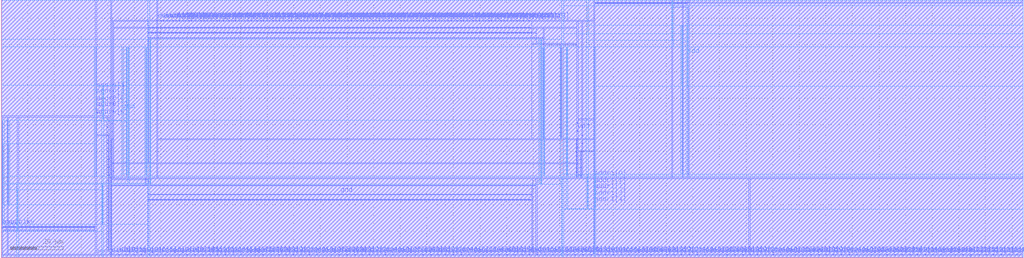
<source format=lef>
VERSION 5.4 ;
NAMESCASESENSITIVE ON ;
BUSBITCHARS "[]" ;
DIVIDERCHAR "/" ;
UNITS
  DATABASE MICRONS 2000 ;
END UNITS
MACRO freepdk45_sram_1w1r_32x120
   CLASS BLOCK ;
   SIZE 384.275 BY 96.9925 ;
   SYMMETRY X Y R90 ;
   PIN din0[0]
      DIRECTION INPUT ;
      PORT
         LAYER metal3 ;
         RECT  41.29 1.105 41.425 1.24 ;
      END
   END din0[0]
   PIN din0[1]
      DIRECTION INPUT ;
      PORT
         LAYER metal3 ;
         RECT  44.15 1.105 44.285 1.24 ;
      END
   END din0[1]
   PIN din0[2]
      DIRECTION INPUT ;
      PORT
         LAYER metal3 ;
         RECT  47.01 1.105 47.145 1.24 ;
      END
   END din0[2]
   PIN din0[3]
      DIRECTION INPUT ;
      PORT
         LAYER metal3 ;
         RECT  49.87 1.105 50.005 1.24 ;
      END
   END din0[3]
   PIN din0[4]
      DIRECTION INPUT ;
      PORT
         LAYER metal3 ;
         RECT  52.73 1.105 52.865 1.24 ;
      END
   END din0[4]
   PIN din0[5]
      DIRECTION INPUT ;
      PORT
         LAYER metal3 ;
         RECT  55.59 1.105 55.725 1.24 ;
      END
   END din0[5]
   PIN din0[6]
      DIRECTION INPUT ;
      PORT
         LAYER metal3 ;
         RECT  58.45 1.105 58.585 1.24 ;
      END
   END din0[6]
   PIN din0[7]
      DIRECTION INPUT ;
      PORT
         LAYER metal3 ;
         RECT  61.31 1.105 61.445 1.24 ;
      END
   END din0[7]
   PIN din0[8]
      DIRECTION INPUT ;
      PORT
         LAYER metal3 ;
         RECT  64.17 1.105 64.305 1.24 ;
      END
   END din0[8]
   PIN din0[9]
      DIRECTION INPUT ;
      PORT
         LAYER metal3 ;
         RECT  67.03 1.105 67.165 1.24 ;
      END
   END din0[9]
   PIN din0[10]
      DIRECTION INPUT ;
      PORT
         LAYER metal3 ;
         RECT  69.89 1.105 70.025 1.24 ;
      END
   END din0[10]
   PIN din0[11]
      DIRECTION INPUT ;
      PORT
         LAYER metal3 ;
         RECT  72.75 1.105 72.885 1.24 ;
      END
   END din0[11]
   PIN din0[12]
      DIRECTION INPUT ;
      PORT
         LAYER metal3 ;
         RECT  75.61 1.105 75.745 1.24 ;
      END
   END din0[12]
   PIN din0[13]
      DIRECTION INPUT ;
      PORT
         LAYER metal3 ;
         RECT  78.47 1.105 78.605 1.24 ;
      END
   END din0[13]
   PIN din0[14]
      DIRECTION INPUT ;
      PORT
         LAYER metal3 ;
         RECT  81.33 1.105 81.465 1.24 ;
      END
   END din0[14]
   PIN din0[15]
      DIRECTION INPUT ;
      PORT
         LAYER metal3 ;
         RECT  84.19 1.105 84.325 1.24 ;
      END
   END din0[15]
   PIN din0[16]
      DIRECTION INPUT ;
      PORT
         LAYER metal3 ;
         RECT  87.05 1.105 87.185 1.24 ;
      END
   END din0[16]
   PIN din0[17]
      DIRECTION INPUT ;
      PORT
         LAYER metal3 ;
         RECT  89.91 1.105 90.045 1.24 ;
      END
   END din0[17]
   PIN din0[18]
      DIRECTION INPUT ;
      PORT
         LAYER metal3 ;
         RECT  92.77 1.105 92.905 1.24 ;
      END
   END din0[18]
   PIN din0[19]
      DIRECTION INPUT ;
      PORT
         LAYER metal3 ;
         RECT  95.63 1.105 95.765 1.24 ;
      END
   END din0[19]
   PIN din0[20]
      DIRECTION INPUT ;
      PORT
         LAYER metal3 ;
         RECT  98.49 1.105 98.625 1.24 ;
      END
   END din0[20]
   PIN din0[21]
      DIRECTION INPUT ;
      PORT
         LAYER metal3 ;
         RECT  101.35 1.105 101.485 1.24 ;
      END
   END din0[21]
   PIN din0[22]
      DIRECTION INPUT ;
      PORT
         LAYER metal3 ;
         RECT  104.21 1.105 104.345 1.24 ;
      END
   END din0[22]
   PIN din0[23]
      DIRECTION INPUT ;
      PORT
         LAYER metal3 ;
         RECT  107.07 1.105 107.205 1.24 ;
      END
   END din0[23]
   PIN din0[24]
      DIRECTION INPUT ;
      PORT
         LAYER metal3 ;
         RECT  109.93 1.105 110.065 1.24 ;
      END
   END din0[24]
   PIN din0[25]
      DIRECTION INPUT ;
      PORT
         LAYER metal3 ;
         RECT  112.79 1.105 112.925 1.24 ;
      END
   END din0[25]
   PIN din0[26]
      DIRECTION INPUT ;
      PORT
         LAYER metal3 ;
         RECT  115.65 1.105 115.785 1.24 ;
      END
   END din0[26]
   PIN din0[27]
      DIRECTION INPUT ;
      PORT
         LAYER metal3 ;
         RECT  118.51 1.105 118.645 1.24 ;
      END
   END din0[27]
   PIN din0[28]
      DIRECTION INPUT ;
      PORT
         LAYER metal3 ;
         RECT  121.37 1.105 121.505 1.24 ;
      END
   END din0[28]
   PIN din0[29]
      DIRECTION INPUT ;
      PORT
         LAYER metal3 ;
         RECT  124.23 1.105 124.365 1.24 ;
      END
   END din0[29]
   PIN din0[30]
      DIRECTION INPUT ;
      PORT
         LAYER metal3 ;
         RECT  127.09 1.105 127.225 1.24 ;
      END
   END din0[30]
   PIN din0[31]
      DIRECTION INPUT ;
      PORT
         LAYER metal3 ;
         RECT  129.95 1.105 130.085 1.24 ;
      END
   END din0[31]
   PIN din0[32]
      DIRECTION INPUT ;
      PORT
         LAYER metal3 ;
         RECT  132.81 1.105 132.945 1.24 ;
      END
   END din0[32]
   PIN din0[33]
      DIRECTION INPUT ;
      PORT
         LAYER metal3 ;
         RECT  135.67 1.105 135.805 1.24 ;
      END
   END din0[33]
   PIN din0[34]
      DIRECTION INPUT ;
      PORT
         LAYER metal3 ;
         RECT  138.53 1.105 138.665 1.24 ;
      END
   END din0[34]
   PIN din0[35]
      DIRECTION INPUT ;
      PORT
         LAYER metal3 ;
         RECT  141.39 1.105 141.525 1.24 ;
      END
   END din0[35]
   PIN din0[36]
      DIRECTION INPUT ;
      PORT
         LAYER metal3 ;
         RECT  144.25 1.105 144.385 1.24 ;
      END
   END din0[36]
   PIN din0[37]
      DIRECTION INPUT ;
      PORT
         LAYER metal3 ;
         RECT  147.11 1.105 147.245 1.24 ;
      END
   END din0[37]
   PIN din0[38]
      DIRECTION INPUT ;
      PORT
         LAYER metal3 ;
         RECT  149.97 1.105 150.105 1.24 ;
      END
   END din0[38]
   PIN din0[39]
      DIRECTION INPUT ;
      PORT
         LAYER metal3 ;
         RECT  152.83 1.105 152.965 1.24 ;
      END
   END din0[39]
   PIN din0[40]
      DIRECTION INPUT ;
      PORT
         LAYER metal3 ;
         RECT  155.69 1.105 155.825 1.24 ;
      END
   END din0[40]
   PIN din0[41]
      DIRECTION INPUT ;
      PORT
         LAYER metal3 ;
         RECT  158.55 1.105 158.685 1.24 ;
      END
   END din0[41]
   PIN din0[42]
      DIRECTION INPUT ;
      PORT
         LAYER metal3 ;
         RECT  161.41 1.105 161.545 1.24 ;
      END
   END din0[42]
   PIN din0[43]
      DIRECTION INPUT ;
      PORT
         LAYER metal3 ;
         RECT  164.27 1.105 164.405 1.24 ;
      END
   END din0[43]
   PIN din0[44]
      DIRECTION INPUT ;
      PORT
         LAYER metal3 ;
         RECT  167.13 1.105 167.265 1.24 ;
      END
   END din0[44]
   PIN din0[45]
      DIRECTION INPUT ;
      PORT
         LAYER metal3 ;
         RECT  169.99 1.105 170.125 1.24 ;
      END
   END din0[45]
   PIN din0[46]
      DIRECTION INPUT ;
      PORT
         LAYER metal3 ;
         RECT  172.85 1.105 172.985 1.24 ;
      END
   END din0[46]
   PIN din0[47]
      DIRECTION INPUT ;
      PORT
         LAYER metal3 ;
         RECT  175.71 1.105 175.845 1.24 ;
      END
   END din0[47]
   PIN din0[48]
      DIRECTION INPUT ;
      PORT
         LAYER metal3 ;
         RECT  178.57 1.105 178.705 1.24 ;
      END
   END din0[48]
   PIN din0[49]
      DIRECTION INPUT ;
      PORT
         LAYER metal3 ;
         RECT  181.43 1.105 181.565 1.24 ;
      END
   END din0[49]
   PIN din0[50]
      DIRECTION INPUT ;
      PORT
         LAYER metal3 ;
         RECT  184.29 1.105 184.425 1.24 ;
      END
   END din0[50]
   PIN din0[51]
      DIRECTION INPUT ;
      PORT
         LAYER metal3 ;
         RECT  187.15 1.105 187.285 1.24 ;
      END
   END din0[51]
   PIN din0[52]
      DIRECTION INPUT ;
      PORT
         LAYER metal3 ;
         RECT  190.01 1.105 190.145 1.24 ;
      END
   END din0[52]
   PIN din0[53]
      DIRECTION INPUT ;
      PORT
         LAYER metal3 ;
         RECT  192.87 1.105 193.005 1.24 ;
      END
   END din0[53]
   PIN din0[54]
      DIRECTION INPUT ;
      PORT
         LAYER metal3 ;
         RECT  195.73 1.105 195.865 1.24 ;
      END
   END din0[54]
   PIN din0[55]
      DIRECTION INPUT ;
      PORT
         LAYER metal3 ;
         RECT  198.59 1.105 198.725 1.24 ;
      END
   END din0[55]
   PIN din0[56]
      DIRECTION INPUT ;
      PORT
         LAYER metal3 ;
         RECT  201.45 1.105 201.585 1.24 ;
      END
   END din0[56]
   PIN din0[57]
      DIRECTION INPUT ;
      PORT
         LAYER metal3 ;
         RECT  204.31 1.105 204.445 1.24 ;
      END
   END din0[57]
   PIN din0[58]
      DIRECTION INPUT ;
      PORT
         LAYER metal3 ;
         RECT  207.17 1.105 207.305 1.24 ;
      END
   END din0[58]
   PIN din0[59]
      DIRECTION INPUT ;
      PORT
         LAYER metal3 ;
         RECT  210.03 1.105 210.165 1.24 ;
      END
   END din0[59]
   PIN din0[60]
      DIRECTION INPUT ;
      PORT
         LAYER metal3 ;
         RECT  212.89 1.105 213.025 1.24 ;
      END
   END din0[60]
   PIN din0[61]
      DIRECTION INPUT ;
      PORT
         LAYER metal3 ;
         RECT  215.75 1.105 215.885 1.24 ;
      END
   END din0[61]
   PIN din0[62]
      DIRECTION INPUT ;
      PORT
         LAYER metal3 ;
         RECT  218.61 1.105 218.745 1.24 ;
      END
   END din0[62]
   PIN din0[63]
      DIRECTION INPUT ;
      PORT
         LAYER metal3 ;
         RECT  221.47 1.105 221.605 1.24 ;
      END
   END din0[63]
   PIN din0[64]
      DIRECTION INPUT ;
      PORT
         LAYER metal3 ;
         RECT  224.33 1.105 224.465 1.24 ;
      END
   END din0[64]
   PIN din0[65]
      DIRECTION INPUT ;
      PORT
         LAYER metal3 ;
         RECT  227.19 1.105 227.325 1.24 ;
      END
   END din0[65]
   PIN din0[66]
      DIRECTION INPUT ;
      PORT
         LAYER metal3 ;
         RECT  230.05 1.105 230.185 1.24 ;
      END
   END din0[66]
   PIN din0[67]
      DIRECTION INPUT ;
      PORT
         LAYER metal3 ;
         RECT  232.91 1.105 233.045 1.24 ;
      END
   END din0[67]
   PIN din0[68]
      DIRECTION INPUT ;
      PORT
         LAYER metal3 ;
         RECT  235.77 1.105 235.905 1.24 ;
      END
   END din0[68]
   PIN din0[69]
      DIRECTION INPUT ;
      PORT
         LAYER metal3 ;
         RECT  238.63 1.105 238.765 1.24 ;
      END
   END din0[69]
   PIN din0[70]
      DIRECTION INPUT ;
      PORT
         LAYER metal3 ;
         RECT  241.49 1.105 241.625 1.24 ;
      END
   END din0[70]
   PIN din0[71]
      DIRECTION INPUT ;
      PORT
         LAYER metal3 ;
         RECT  244.35 1.105 244.485 1.24 ;
      END
   END din0[71]
   PIN din0[72]
      DIRECTION INPUT ;
      PORT
         LAYER metal3 ;
         RECT  247.21 1.105 247.345 1.24 ;
      END
   END din0[72]
   PIN din0[73]
      DIRECTION INPUT ;
      PORT
         LAYER metal3 ;
         RECT  250.07 1.105 250.205 1.24 ;
      END
   END din0[73]
   PIN din0[74]
      DIRECTION INPUT ;
      PORT
         LAYER metal3 ;
         RECT  252.93 1.105 253.065 1.24 ;
      END
   END din0[74]
   PIN din0[75]
      DIRECTION INPUT ;
      PORT
         LAYER metal3 ;
         RECT  255.79 1.105 255.925 1.24 ;
      END
   END din0[75]
   PIN din0[76]
      DIRECTION INPUT ;
      PORT
         LAYER metal3 ;
         RECT  258.65 1.105 258.785 1.24 ;
      END
   END din0[76]
   PIN din0[77]
      DIRECTION INPUT ;
      PORT
         LAYER metal3 ;
         RECT  261.51 1.105 261.645 1.24 ;
      END
   END din0[77]
   PIN din0[78]
      DIRECTION INPUT ;
      PORT
         LAYER metal3 ;
         RECT  264.37 1.105 264.505 1.24 ;
      END
   END din0[78]
   PIN din0[79]
      DIRECTION INPUT ;
      PORT
         LAYER metal3 ;
         RECT  267.23 1.105 267.365 1.24 ;
      END
   END din0[79]
   PIN din0[80]
      DIRECTION INPUT ;
      PORT
         LAYER metal3 ;
         RECT  270.09 1.105 270.225 1.24 ;
      END
   END din0[80]
   PIN din0[81]
      DIRECTION INPUT ;
      PORT
         LAYER metal3 ;
         RECT  272.95 1.105 273.085 1.24 ;
      END
   END din0[81]
   PIN din0[82]
      DIRECTION INPUT ;
      PORT
         LAYER metal3 ;
         RECT  275.81 1.105 275.945 1.24 ;
      END
   END din0[82]
   PIN din0[83]
      DIRECTION INPUT ;
      PORT
         LAYER metal3 ;
         RECT  278.67 1.105 278.805 1.24 ;
      END
   END din0[83]
   PIN din0[84]
      DIRECTION INPUT ;
      PORT
         LAYER metal3 ;
         RECT  281.53 1.105 281.665 1.24 ;
      END
   END din0[84]
   PIN din0[85]
      DIRECTION INPUT ;
      PORT
         LAYER metal3 ;
         RECT  284.39 1.105 284.525 1.24 ;
      END
   END din0[85]
   PIN din0[86]
      DIRECTION INPUT ;
      PORT
         LAYER metal3 ;
         RECT  287.25 1.105 287.385 1.24 ;
      END
   END din0[86]
   PIN din0[87]
      DIRECTION INPUT ;
      PORT
         LAYER metal3 ;
         RECT  290.11 1.105 290.245 1.24 ;
      END
   END din0[87]
   PIN din0[88]
      DIRECTION INPUT ;
      PORT
         LAYER metal3 ;
         RECT  292.97 1.105 293.105 1.24 ;
      END
   END din0[88]
   PIN din0[89]
      DIRECTION INPUT ;
      PORT
         LAYER metal3 ;
         RECT  295.83 1.105 295.965 1.24 ;
      END
   END din0[89]
   PIN din0[90]
      DIRECTION INPUT ;
      PORT
         LAYER metal3 ;
         RECT  298.69 1.105 298.825 1.24 ;
      END
   END din0[90]
   PIN din0[91]
      DIRECTION INPUT ;
      PORT
         LAYER metal3 ;
         RECT  301.55 1.105 301.685 1.24 ;
      END
   END din0[91]
   PIN din0[92]
      DIRECTION INPUT ;
      PORT
         LAYER metal3 ;
         RECT  304.41 1.105 304.545 1.24 ;
      END
   END din0[92]
   PIN din0[93]
      DIRECTION INPUT ;
      PORT
         LAYER metal3 ;
         RECT  307.27 1.105 307.405 1.24 ;
      END
   END din0[93]
   PIN din0[94]
      DIRECTION INPUT ;
      PORT
         LAYER metal3 ;
         RECT  310.13 1.105 310.265 1.24 ;
      END
   END din0[94]
   PIN din0[95]
      DIRECTION INPUT ;
      PORT
         LAYER metal3 ;
         RECT  312.99 1.105 313.125 1.24 ;
      END
   END din0[95]
   PIN din0[96]
      DIRECTION INPUT ;
      PORT
         LAYER metal3 ;
         RECT  315.85 1.105 315.985 1.24 ;
      END
   END din0[96]
   PIN din0[97]
      DIRECTION INPUT ;
      PORT
         LAYER metal3 ;
         RECT  318.71 1.105 318.845 1.24 ;
      END
   END din0[97]
   PIN din0[98]
      DIRECTION INPUT ;
      PORT
         LAYER metal3 ;
         RECT  321.57 1.105 321.705 1.24 ;
      END
   END din0[98]
   PIN din0[99]
      DIRECTION INPUT ;
      PORT
         LAYER metal3 ;
         RECT  324.43 1.105 324.565 1.24 ;
      END
   END din0[99]
   PIN din0[100]
      DIRECTION INPUT ;
      PORT
         LAYER metal3 ;
         RECT  327.29 1.105 327.425 1.24 ;
      END
   END din0[100]
   PIN din0[101]
      DIRECTION INPUT ;
      PORT
         LAYER metal3 ;
         RECT  330.15 1.105 330.285 1.24 ;
      END
   END din0[101]
   PIN din0[102]
      DIRECTION INPUT ;
      PORT
         LAYER metal3 ;
         RECT  333.01 1.105 333.145 1.24 ;
      END
   END din0[102]
   PIN din0[103]
      DIRECTION INPUT ;
      PORT
         LAYER metal3 ;
         RECT  335.87 1.105 336.005 1.24 ;
      END
   END din0[103]
   PIN din0[104]
      DIRECTION INPUT ;
      PORT
         LAYER metal3 ;
         RECT  338.73 1.105 338.865 1.24 ;
      END
   END din0[104]
   PIN din0[105]
      DIRECTION INPUT ;
      PORT
         LAYER metal3 ;
         RECT  341.59 1.105 341.725 1.24 ;
      END
   END din0[105]
   PIN din0[106]
      DIRECTION INPUT ;
      PORT
         LAYER metal3 ;
         RECT  344.45 1.105 344.585 1.24 ;
      END
   END din0[106]
   PIN din0[107]
      DIRECTION INPUT ;
      PORT
         LAYER metal3 ;
         RECT  347.31 1.105 347.445 1.24 ;
      END
   END din0[107]
   PIN din0[108]
      DIRECTION INPUT ;
      PORT
         LAYER metal3 ;
         RECT  350.17 1.105 350.305 1.24 ;
      END
   END din0[108]
   PIN din0[109]
      DIRECTION INPUT ;
      PORT
         LAYER metal3 ;
         RECT  353.03 1.105 353.165 1.24 ;
      END
   END din0[109]
   PIN din0[110]
      DIRECTION INPUT ;
      PORT
         LAYER metal3 ;
         RECT  355.89 1.105 356.025 1.24 ;
      END
   END din0[110]
   PIN din0[111]
      DIRECTION INPUT ;
      PORT
         LAYER metal3 ;
         RECT  358.75 1.105 358.885 1.24 ;
      END
   END din0[111]
   PIN din0[112]
      DIRECTION INPUT ;
      PORT
         LAYER metal3 ;
         RECT  361.61 1.105 361.745 1.24 ;
      END
   END din0[112]
   PIN din0[113]
      DIRECTION INPUT ;
      PORT
         LAYER metal3 ;
         RECT  364.47 1.105 364.605 1.24 ;
      END
   END din0[113]
   PIN din0[114]
      DIRECTION INPUT ;
      PORT
         LAYER metal3 ;
         RECT  367.33 1.105 367.465 1.24 ;
      END
   END din0[114]
   PIN din0[115]
      DIRECTION INPUT ;
      PORT
         LAYER metal3 ;
         RECT  370.19 1.105 370.325 1.24 ;
      END
   END din0[115]
   PIN din0[116]
      DIRECTION INPUT ;
      PORT
         LAYER metal3 ;
         RECT  373.05 1.105 373.185 1.24 ;
      END
   END din0[116]
   PIN din0[117]
      DIRECTION INPUT ;
      PORT
         LAYER metal3 ;
         RECT  375.91 1.105 376.045 1.24 ;
      END
   END din0[117]
   PIN din0[118]
      DIRECTION INPUT ;
      PORT
         LAYER metal3 ;
         RECT  378.77 1.105 378.905 1.24 ;
      END
   END din0[118]
   PIN din0[119]
      DIRECTION INPUT ;
      PORT
         LAYER metal3 ;
         RECT  381.63 1.105 381.765 1.24 ;
      END
   END din0[119]
   PIN addr0[0]
      DIRECTION INPUT ;
      PORT
         LAYER metal3 ;
         RECT  35.57 53.03 35.705 53.165 ;
      END
   END addr0[0]
   PIN addr0[1]
      DIRECTION INPUT ;
      PORT
         LAYER metal3 ;
         RECT  35.57 55.76 35.705 55.895 ;
      END
   END addr0[1]
   PIN addr0[2]
      DIRECTION INPUT ;
      PORT
         LAYER metal3 ;
         RECT  35.57 57.97 35.705 58.105 ;
      END
   END addr0[2]
   PIN addr0[3]
      DIRECTION INPUT ;
      PORT
         LAYER metal3 ;
         RECT  35.57 60.7 35.705 60.835 ;
      END
   END addr0[3]
   PIN addr0[4]
      DIRECTION INPUT ;
      PORT
         LAYER metal3 ;
         RECT  35.57 62.91 35.705 63.045 ;
      END
   END addr0[4]
   PIN addr1[0]
      DIRECTION INPUT ;
      PORT
         LAYER metal3 ;
         RECT  222.86 29.89 222.995 30.025 ;
      END
   END addr1[0]
   PIN addr1[1]
      DIRECTION INPUT ;
      PORT
         LAYER metal3 ;
         RECT  222.86 27.16 222.995 27.295 ;
      END
   END addr1[1]
   PIN addr1[2]
      DIRECTION INPUT ;
      PORT
         LAYER metal3 ;
         RECT  222.86 24.95 222.995 25.085 ;
      END
   END addr1[2]
   PIN addr1[3]
      DIRECTION INPUT ;
      PORT
         LAYER metal3 ;
         RECT  222.86 22.22 222.995 22.355 ;
      END
   END addr1[3]
   PIN addr1[4]
      DIRECTION INPUT ;
      PORT
         LAYER metal3 ;
         RECT  222.86 20.01 222.995 20.145 ;
      END
   END addr1[4]
   PIN csb0
      DIRECTION INPUT ;
      PORT
         LAYER metal3 ;
         RECT  0.285 11.43 0.42 11.565 ;
      END
   END csb0
   PIN csb1
      DIRECTION INPUT ;
      PORT
         LAYER metal3 ;
         RECT  258.285 95.75 258.42 95.885 ;
      END
   END csb1
   PIN clk0
      DIRECTION INPUT ;
      PORT
         LAYER metal3 ;
         RECT  6.2475 11.515 6.3825 11.65 ;
      END
   END clk0
   PIN clk1
      DIRECTION INPUT ;
      PORT
         LAYER metal3 ;
         RECT  252.1825 95.665 252.3175 95.8 ;
      END
   END clk1
   PIN dout1[0]
      DIRECTION OUTPUT ;
      PORT
         LAYER metal3 ;
         RECT  58.6525 89.0425 58.7875 89.1775 ;
      END
   END dout1[0]
   PIN dout1[1]
      DIRECTION OUTPUT ;
      PORT
         LAYER metal3 ;
         RECT  59.8275 89.0425 59.9625 89.1775 ;
      END
   END dout1[1]
   PIN dout1[2]
      DIRECTION OUTPUT ;
      PORT
         LAYER metal3 ;
         RECT  61.0025 89.0425 61.1375 89.1775 ;
      END
   END dout1[2]
   PIN dout1[3]
      DIRECTION OUTPUT ;
      PORT
         LAYER metal3 ;
         RECT  62.1775 89.0425 62.3125 89.1775 ;
      END
   END dout1[3]
   PIN dout1[4]
      DIRECTION OUTPUT ;
      PORT
         LAYER metal3 ;
         RECT  63.3525 89.0425 63.4875 89.1775 ;
      END
   END dout1[4]
   PIN dout1[5]
      DIRECTION OUTPUT ;
      PORT
         LAYER metal3 ;
         RECT  64.5275 89.0425 64.6625 89.1775 ;
      END
   END dout1[5]
   PIN dout1[6]
      DIRECTION OUTPUT ;
      PORT
         LAYER metal3 ;
         RECT  65.7025 89.0425 65.8375 89.1775 ;
      END
   END dout1[6]
   PIN dout1[7]
      DIRECTION OUTPUT ;
      PORT
         LAYER metal3 ;
         RECT  66.8775 89.0425 67.0125 89.1775 ;
      END
   END dout1[7]
   PIN dout1[8]
      DIRECTION OUTPUT ;
      PORT
         LAYER metal3 ;
         RECT  68.0525 89.0425 68.1875 89.1775 ;
      END
   END dout1[8]
   PIN dout1[9]
      DIRECTION OUTPUT ;
      PORT
         LAYER metal3 ;
         RECT  69.2275 89.0425 69.3625 89.1775 ;
      END
   END dout1[9]
   PIN dout1[10]
      DIRECTION OUTPUT ;
      PORT
         LAYER metal3 ;
         RECT  70.4025 89.0425 70.5375 89.1775 ;
      END
   END dout1[10]
   PIN dout1[11]
      DIRECTION OUTPUT ;
      PORT
         LAYER metal3 ;
         RECT  71.5775 89.0425 71.7125 89.1775 ;
      END
   END dout1[11]
   PIN dout1[12]
      DIRECTION OUTPUT ;
      PORT
         LAYER metal3 ;
         RECT  72.7525 89.0425 72.8875 89.1775 ;
      END
   END dout1[12]
   PIN dout1[13]
      DIRECTION OUTPUT ;
      PORT
         LAYER metal3 ;
         RECT  73.9275 89.0425 74.0625 89.1775 ;
      END
   END dout1[13]
   PIN dout1[14]
      DIRECTION OUTPUT ;
      PORT
         LAYER metal3 ;
         RECT  75.1025 89.0425 75.2375 89.1775 ;
      END
   END dout1[14]
   PIN dout1[15]
      DIRECTION OUTPUT ;
      PORT
         LAYER metal3 ;
         RECT  76.2775 89.0425 76.4125 89.1775 ;
      END
   END dout1[15]
   PIN dout1[16]
      DIRECTION OUTPUT ;
      PORT
         LAYER metal3 ;
         RECT  77.4525 89.0425 77.5875 89.1775 ;
      END
   END dout1[16]
   PIN dout1[17]
      DIRECTION OUTPUT ;
      PORT
         LAYER metal3 ;
         RECT  78.6275 89.0425 78.7625 89.1775 ;
      END
   END dout1[17]
   PIN dout1[18]
      DIRECTION OUTPUT ;
      PORT
         LAYER metal3 ;
         RECT  79.8025 89.0425 79.9375 89.1775 ;
      END
   END dout1[18]
   PIN dout1[19]
      DIRECTION OUTPUT ;
      PORT
         LAYER metal3 ;
         RECT  80.9775 89.0425 81.1125 89.1775 ;
      END
   END dout1[19]
   PIN dout1[20]
      DIRECTION OUTPUT ;
      PORT
         LAYER metal3 ;
         RECT  82.1525 89.0425 82.2875 89.1775 ;
      END
   END dout1[20]
   PIN dout1[21]
      DIRECTION OUTPUT ;
      PORT
         LAYER metal3 ;
         RECT  83.3275 89.0425 83.4625 89.1775 ;
      END
   END dout1[21]
   PIN dout1[22]
      DIRECTION OUTPUT ;
      PORT
         LAYER metal3 ;
         RECT  84.5025 89.0425 84.6375 89.1775 ;
      END
   END dout1[22]
   PIN dout1[23]
      DIRECTION OUTPUT ;
      PORT
         LAYER metal3 ;
         RECT  85.6775 89.0425 85.8125 89.1775 ;
      END
   END dout1[23]
   PIN dout1[24]
      DIRECTION OUTPUT ;
      PORT
         LAYER metal3 ;
         RECT  86.8525 89.0425 86.9875 89.1775 ;
      END
   END dout1[24]
   PIN dout1[25]
      DIRECTION OUTPUT ;
      PORT
         LAYER metal3 ;
         RECT  88.0275 89.0425 88.1625 89.1775 ;
      END
   END dout1[25]
   PIN dout1[26]
      DIRECTION OUTPUT ;
      PORT
         LAYER metal3 ;
         RECT  89.2025 89.0425 89.3375 89.1775 ;
      END
   END dout1[26]
   PIN dout1[27]
      DIRECTION OUTPUT ;
      PORT
         LAYER metal3 ;
         RECT  90.3775 89.0425 90.5125 89.1775 ;
      END
   END dout1[27]
   PIN dout1[28]
      DIRECTION OUTPUT ;
      PORT
         LAYER metal3 ;
         RECT  91.5525 89.0425 91.6875 89.1775 ;
      END
   END dout1[28]
   PIN dout1[29]
      DIRECTION OUTPUT ;
      PORT
         LAYER metal3 ;
         RECT  92.7275 89.0425 92.8625 89.1775 ;
      END
   END dout1[29]
   PIN dout1[30]
      DIRECTION OUTPUT ;
      PORT
         LAYER metal3 ;
         RECT  93.9025 89.0425 94.0375 89.1775 ;
      END
   END dout1[30]
   PIN dout1[31]
      DIRECTION OUTPUT ;
      PORT
         LAYER metal3 ;
         RECT  95.0775 89.0425 95.2125 89.1775 ;
      END
   END dout1[31]
   PIN dout1[32]
      DIRECTION OUTPUT ;
      PORT
         LAYER metal3 ;
         RECT  96.2525 89.0425 96.3875 89.1775 ;
      END
   END dout1[32]
   PIN dout1[33]
      DIRECTION OUTPUT ;
      PORT
         LAYER metal3 ;
         RECT  97.4275 89.0425 97.5625 89.1775 ;
      END
   END dout1[33]
   PIN dout1[34]
      DIRECTION OUTPUT ;
      PORT
         LAYER metal3 ;
         RECT  98.6025 89.0425 98.7375 89.1775 ;
      END
   END dout1[34]
   PIN dout1[35]
      DIRECTION OUTPUT ;
      PORT
         LAYER metal3 ;
         RECT  99.7775 89.0425 99.9125 89.1775 ;
      END
   END dout1[35]
   PIN dout1[36]
      DIRECTION OUTPUT ;
      PORT
         LAYER metal3 ;
         RECT  100.9525 89.0425 101.0875 89.1775 ;
      END
   END dout1[36]
   PIN dout1[37]
      DIRECTION OUTPUT ;
      PORT
         LAYER metal3 ;
         RECT  102.1275 89.0425 102.2625 89.1775 ;
      END
   END dout1[37]
   PIN dout1[38]
      DIRECTION OUTPUT ;
      PORT
         LAYER metal3 ;
         RECT  103.3025 89.0425 103.4375 89.1775 ;
      END
   END dout1[38]
   PIN dout1[39]
      DIRECTION OUTPUT ;
      PORT
         LAYER metal3 ;
         RECT  104.4775 89.0425 104.6125 89.1775 ;
      END
   END dout1[39]
   PIN dout1[40]
      DIRECTION OUTPUT ;
      PORT
         LAYER metal3 ;
         RECT  105.6525 89.0425 105.7875 89.1775 ;
      END
   END dout1[40]
   PIN dout1[41]
      DIRECTION OUTPUT ;
      PORT
         LAYER metal3 ;
         RECT  106.8275 89.0425 106.9625 89.1775 ;
      END
   END dout1[41]
   PIN dout1[42]
      DIRECTION OUTPUT ;
      PORT
         LAYER metal3 ;
         RECT  108.0025 89.0425 108.1375 89.1775 ;
      END
   END dout1[42]
   PIN dout1[43]
      DIRECTION OUTPUT ;
      PORT
         LAYER metal3 ;
         RECT  109.1775 89.0425 109.3125 89.1775 ;
      END
   END dout1[43]
   PIN dout1[44]
      DIRECTION OUTPUT ;
      PORT
         LAYER metal3 ;
         RECT  110.3525 89.0425 110.4875 89.1775 ;
      END
   END dout1[44]
   PIN dout1[45]
      DIRECTION OUTPUT ;
      PORT
         LAYER metal3 ;
         RECT  111.5275 89.0425 111.6625 89.1775 ;
      END
   END dout1[45]
   PIN dout1[46]
      DIRECTION OUTPUT ;
      PORT
         LAYER metal3 ;
         RECT  112.7025 89.0425 112.8375 89.1775 ;
      END
   END dout1[46]
   PIN dout1[47]
      DIRECTION OUTPUT ;
      PORT
         LAYER metal3 ;
         RECT  113.8775 89.0425 114.0125 89.1775 ;
      END
   END dout1[47]
   PIN dout1[48]
      DIRECTION OUTPUT ;
      PORT
         LAYER metal3 ;
         RECT  115.0525 89.0425 115.1875 89.1775 ;
      END
   END dout1[48]
   PIN dout1[49]
      DIRECTION OUTPUT ;
      PORT
         LAYER metal3 ;
         RECT  116.2275 89.0425 116.3625 89.1775 ;
      END
   END dout1[49]
   PIN dout1[50]
      DIRECTION OUTPUT ;
      PORT
         LAYER metal3 ;
         RECT  117.4025 89.0425 117.5375 89.1775 ;
      END
   END dout1[50]
   PIN dout1[51]
      DIRECTION OUTPUT ;
      PORT
         LAYER metal3 ;
         RECT  118.5775 89.0425 118.7125 89.1775 ;
      END
   END dout1[51]
   PIN dout1[52]
      DIRECTION OUTPUT ;
      PORT
         LAYER metal3 ;
         RECT  119.7525 89.0425 119.8875 89.1775 ;
      END
   END dout1[52]
   PIN dout1[53]
      DIRECTION OUTPUT ;
      PORT
         LAYER metal3 ;
         RECT  120.9275 89.0425 121.0625 89.1775 ;
      END
   END dout1[53]
   PIN dout1[54]
      DIRECTION OUTPUT ;
      PORT
         LAYER metal3 ;
         RECT  122.1025 89.0425 122.2375 89.1775 ;
      END
   END dout1[54]
   PIN dout1[55]
      DIRECTION OUTPUT ;
      PORT
         LAYER metal3 ;
         RECT  123.2775 89.0425 123.4125 89.1775 ;
      END
   END dout1[55]
   PIN dout1[56]
      DIRECTION OUTPUT ;
      PORT
         LAYER metal3 ;
         RECT  124.4525 89.0425 124.5875 89.1775 ;
      END
   END dout1[56]
   PIN dout1[57]
      DIRECTION OUTPUT ;
      PORT
         LAYER metal3 ;
         RECT  125.6275 89.0425 125.7625 89.1775 ;
      END
   END dout1[57]
   PIN dout1[58]
      DIRECTION OUTPUT ;
      PORT
         LAYER metal3 ;
         RECT  126.8025 89.0425 126.9375 89.1775 ;
      END
   END dout1[58]
   PIN dout1[59]
      DIRECTION OUTPUT ;
      PORT
         LAYER metal3 ;
         RECT  127.9775 89.0425 128.1125 89.1775 ;
      END
   END dout1[59]
   PIN dout1[60]
      DIRECTION OUTPUT ;
      PORT
         LAYER metal3 ;
         RECT  129.1525 89.0425 129.2875 89.1775 ;
      END
   END dout1[60]
   PIN dout1[61]
      DIRECTION OUTPUT ;
      PORT
         LAYER metal3 ;
         RECT  130.3275 89.0425 130.4625 89.1775 ;
      END
   END dout1[61]
   PIN dout1[62]
      DIRECTION OUTPUT ;
      PORT
         LAYER metal3 ;
         RECT  131.5025 89.0425 131.6375 89.1775 ;
      END
   END dout1[62]
   PIN dout1[63]
      DIRECTION OUTPUT ;
      PORT
         LAYER metal3 ;
         RECT  132.6775 89.0425 132.8125 89.1775 ;
      END
   END dout1[63]
   PIN dout1[64]
      DIRECTION OUTPUT ;
      PORT
         LAYER metal3 ;
         RECT  133.8525 89.0425 133.9875 89.1775 ;
      END
   END dout1[64]
   PIN dout1[65]
      DIRECTION OUTPUT ;
      PORT
         LAYER metal3 ;
         RECT  135.0275 89.0425 135.1625 89.1775 ;
      END
   END dout1[65]
   PIN dout1[66]
      DIRECTION OUTPUT ;
      PORT
         LAYER metal3 ;
         RECT  136.2025 89.0425 136.3375 89.1775 ;
      END
   END dout1[66]
   PIN dout1[67]
      DIRECTION OUTPUT ;
      PORT
         LAYER metal3 ;
         RECT  137.3775 89.0425 137.5125 89.1775 ;
      END
   END dout1[67]
   PIN dout1[68]
      DIRECTION OUTPUT ;
      PORT
         LAYER metal3 ;
         RECT  138.5525 89.0425 138.6875 89.1775 ;
      END
   END dout1[68]
   PIN dout1[69]
      DIRECTION OUTPUT ;
      PORT
         LAYER metal3 ;
         RECT  139.7275 89.0425 139.8625 89.1775 ;
      END
   END dout1[69]
   PIN dout1[70]
      DIRECTION OUTPUT ;
      PORT
         LAYER metal3 ;
         RECT  140.9025 89.0425 141.0375 89.1775 ;
      END
   END dout1[70]
   PIN dout1[71]
      DIRECTION OUTPUT ;
      PORT
         LAYER metal3 ;
         RECT  142.0775 89.0425 142.2125 89.1775 ;
      END
   END dout1[71]
   PIN dout1[72]
      DIRECTION OUTPUT ;
      PORT
         LAYER metal3 ;
         RECT  143.2525 89.0425 143.3875 89.1775 ;
      END
   END dout1[72]
   PIN dout1[73]
      DIRECTION OUTPUT ;
      PORT
         LAYER metal3 ;
         RECT  144.4275 89.0425 144.5625 89.1775 ;
      END
   END dout1[73]
   PIN dout1[74]
      DIRECTION OUTPUT ;
      PORT
         LAYER metal3 ;
         RECT  145.6025 89.0425 145.7375 89.1775 ;
      END
   END dout1[74]
   PIN dout1[75]
      DIRECTION OUTPUT ;
      PORT
         LAYER metal3 ;
         RECT  146.7775 89.0425 146.9125 89.1775 ;
      END
   END dout1[75]
   PIN dout1[76]
      DIRECTION OUTPUT ;
      PORT
         LAYER metal3 ;
         RECT  147.9525 89.0425 148.0875 89.1775 ;
      END
   END dout1[76]
   PIN dout1[77]
      DIRECTION OUTPUT ;
      PORT
         LAYER metal3 ;
         RECT  149.1275 89.0425 149.2625 89.1775 ;
      END
   END dout1[77]
   PIN dout1[78]
      DIRECTION OUTPUT ;
      PORT
         LAYER metal3 ;
         RECT  150.3025 89.0425 150.4375 89.1775 ;
      END
   END dout1[78]
   PIN dout1[79]
      DIRECTION OUTPUT ;
      PORT
         LAYER metal3 ;
         RECT  151.4775 89.0425 151.6125 89.1775 ;
      END
   END dout1[79]
   PIN dout1[80]
      DIRECTION OUTPUT ;
      PORT
         LAYER metal3 ;
         RECT  152.6525 89.0425 152.7875 89.1775 ;
      END
   END dout1[80]
   PIN dout1[81]
      DIRECTION OUTPUT ;
      PORT
         LAYER metal3 ;
         RECT  153.8275 89.0425 153.9625 89.1775 ;
      END
   END dout1[81]
   PIN dout1[82]
      DIRECTION OUTPUT ;
      PORT
         LAYER metal3 ;
         RECT  155.0025 89.0425 155.1375 89.1775 ;
      END
   END dout1[82]
   PIN dout1[83]
      DIRECTION OUTPUT ;
      PORT
         LAYER metal3 ;
         RECT  156.1775 89.0425 156.3125 89.1775 ;
      END
   END dout1[83]
   PIN dout1[84]
      DIRECTION OUTPUT ;
      PORT
         LAYER metal3 ;
         RECT  157.3525 89.0425 157.4875 89.1775 ;
      END
   END dout1[84]
   PIN dout1[85]
      DIRECTION OUTPUT ;
      PORT
         LAYER metal3 ;
         RECT  158.5275 89.0425 158.6625 89.1775 ;
      END
   END dout1[85]
   PIN dout1[86]
      DIRECTION OUTPUT ;
      PORT
         LAYER metal3 ;
         RECT  159.7025 89.0425 159.8375 89.1775 ;
      END
   END dout1[86]
   PIN dout1[87]
      DIRECTION OUTPUT ;
      PORT
         LAYER metal3 ;
         RECT  160.8775 89.0425 161.0125 89.1775 ;
      END
   END dout1[87]
   PIN dout1[88]
      DIRECTION OUTPUT ;
      PORT
         LAYER metal3 ;
         RECT  162.0525 89.0425 162.1875 89.1775 ;
      END
   END dout1[88]
   PIN dout1[89]
      DIRECTION OUTPUT ;
      PORT
         LAYER metal3 ;
         RECT  163.2275 89.0425 163.3625 89.1775 ;
      END
   END dout1[89]
   PIN dout1[90]
      DIRECTION OUTPUT ;
      PORT
         LAYER metal3 ;
         RECT  164.4025 89.0425 164.5375 89.1775 ;
      END
   END dout1[90]
   PIN dout1[91]
      DIRECTION OUTPUT ;
      PORT
         LAYER metal3 ;
         RECT  165.5775 89.0425 165.7125 89.1775 ;
      END
   END dout1[91]
   PIN dout1[92]
      DIRECTION OUTPUT ;
      PORT
         LAYER metal3 ;
         RECT  166.7525 89.0425 166.8875 89.1775 ;
      END
   END dout1[92]
   PIN dout1[93]
      DIRECTION OUTPUT ;
      PORT
         LAYER metal3 ;
         RECT  167.9275 89.0425 168.0625 89.1775 ;
      END
   END dout1[93]
   PIN dout1[94]
      DIRECTION OUTPUT ;
      PORT
         LAYER metal3 ;
         RECT  169.1025 89.0425 169.2375 89.1775 ;
      END
   END dout1[94]
   PIN dout1[95]
      DIRECTION OUTPUT ;
      PORT
         LAYER metal3 ;
         RECT  170.2775 89.0425 170.4125 89.1775 ;
      END
   END dout1[95]
   PIN dout1[96]
      DIRECTION OUTPUT ;
      PORT
         LAYER metal3 ;
         RECT  171.4525 89.0425 171.5875 89.1775 ;
      END
   END dout1[96]
   PIN dout1[97]
      DIRECTION OUTPUT ;
      PORT
         LAYER metal3 ;
         RECT  172.6275 89.0425 172.7625 89.1775 ;
      END
   END dout1[97]
   PIN dout1[98]
      DIRECTION OUTPUT ;
      PORT
         LAYER metal3 ;
         RECT  173.8025 89.0425 173.9375 89.1775 ;
      END
   END dout1[98]
   PIN dout1[99]
      DIRECTION OUTPUT ;
      PORT
         LAYER metal3 ;
         RECT  174.9775 89.0425 175.1125 89.1775 ;
      END
   END dout1[99]
   PIN dout1[100]
      DIRECTION OUTPUT ;
      PORT
         LAYER metal3 ;
         RECT  176.1525 89.0425 176.2875 89.1775 ;
      END
   END dout1[100]
   PIN dout1[101]
      DIRECTION OUTPUT ;
      PORT
         LAYER metal3 ;
         RECT  177.3275 89.0425 177.4625 89.1775 ;
      END
   END dout1[101]
   PIN dout1[102]
      DIRECTION OUTPUT ;
      PORT
         LAYER metal3 ;
         RECT  178.5025 89.0425 178.6375 89.1775 ;
      END
   END dout1[102]
   PIN dout1[103]
      DIRECTION OUTPUT ;
      PORT
         LAYER metal3 ;
         RECT  179.6775 89.0425 179.8125 89.1775 ;
      END
   END dout1[103]
   PIN dout1[104]
      DIRECTION OUTPUT ;
      PORT
         LAYER metal3 ;
         RECT  180.8525 89.0425 180.9875 89.1775 ;
      END
   END dout1[104]
   PIN dout1[105]
      DIRECTION OUTPUT ;
      PORT
         LAYER metal3 ;
         RECT  182.0275 89.0425 182.1625 89.1775 ;
      END
   END dout1[105]
   PIN dout1[106]
      DIRECTION OUTPUT ;
      PORT
         LAYER metal3 ;
         RECT  183.2025 89.0425 183.3375 89.1775 ;
      END
   END dout1[106]
   PIN dout1[107]
      DIRECTION OUTPUT ;
      PORT
         LAYER metal3 ;
         RECT  184.3775 89.0425 184.5125 89.1775 ;
      END
   END dout1[107]
   PIN dout1[108]
      DIRECTION OUTPUT ;
      PORT
         LAYER metal3 ;
         RECT  185.5525 89.0425 185.6875 89.1775 ;
      END
   END dout1[108]
   PIN dout1[109]
      DIRECTION OUTPUT ;
      PORT
         LAYER metal3 ;
         RECT  186.7275 89.0425 186.8625 89.1775 ;
      END
   END dout1[109]
   PIN dout1[110]
      DIRECTION OUTPUT ;
      PORT
         LAYER metal3 ;
         RECT  187.9025 89.0425 188.0375 89.1775 ;
      END
   END dout1[110]
   PIN dout1[111]
      DIRECTION OUTPUT ;
      PORT
         LAYER metal3 ;
         RECT  189.0775 89.0425 189.2125 89.1775 ;
      END
   END dout1[111]
   PIN dout1[112]
      DIRECTION OUTPUT ;
      PORT
         LAYER metal3 ;
         RECT  190.2525 89.0425 190.3875 89.1775 ;
      END
   END dout1[112]
   PIN dout1[113]
      DIRECTION OUTPUT ;
      PORT
         LAYER metal3 ;
         RECT  191.4275 89.0425 191.5625 89.1775 ;
      END
   END dout1[113]
   PIN dout1[114]
      DIRECTION OUTPUT ;
      PORT
         LAYER metal3 ;
         RECT  192.6025 89.0425 192.7375 89.1775 ;
      END
   END dout1[114]
   PIN dout1[115]
      DIRECTION OUTPUT ;
      PORT
         LAYER metal3 ;
         RECT  193.7775 89.0425 193.9125 89.1775 ;
      END
   END dout1[115]
   PIN dout1[116]
      DIRECTION OUTPUT ;
      PORT
         LAYER metal3 ;
         RECT  194.9525 89.0425 195.0875 89.1775 ;
      END
   END dout1[116]
   PIN dout1[117]
      DIRECTION OUTPUT ;
      PORT
         LAYER metal3 ;
         RECT  196.1275 89.0425 196.2625 89.1775 ;
      END
   END dout1[117]
   PIN dout1[118]
      DIRECTION OUTPUT ;
      PORT
         LAYER metal3 ;
         RECT  197.3025 89.0425 197.4375 89.1775 ;
      END
   END dout1[118]
   PIN dout1[119]
      DIRECTION OUTPUT ;
      PORT
         LAYER metal3 ;
         RECT  198.4775 89.0425 198.6125 89.1775 ;
      END
   END dout1[119]
   PIN vdd
      DIRECTION INOUT ;
      USE POWER ; 
      SHAPE ABUTMENT ; 
      PORT
         LAYER metal3 ;
         RECT  216.5675 44.45 216.7025 44.585 ;
         LAYER metal3 ;
         RECT  281.2475 2.47 281.3825 2.605 ;
         LAYER metal3 ;
         RECT  216.2225 35.48 216.3575 35.615 ;
         LAYER metal4 ;
         RECT  211.01 30.9925 211.15 79.0425 ;
         LAYER metal3 ;
         RECT  42.0125 35.48 42.1475 35.615 ;
         LAYER metal3 ;
         RECT  327.0075 2.47 327.1425 2.605 ;
         LAYER metal3 ;
         RECT  201.1675 2.47 201.3025 2.605 ;
         LAYER metal4 ;
         RECT  203.91 30.9925 204.05 78.9725 ;
         LAYER metal3 ;
         RECT  2.425 12.795 2.56 12.93 ;
         LAYER metal3 ;
         RECT  132.5275 2.47 132.6625 2.605 ;
         LAYER metal3 ;
         RECT  216.5675 50.43 216.7025 50.565 ;
         LAYER metal3 ;
         RECT  42.0125 32.49 42.1475 32.625 ;
         LAYER metal3 ;
         RECT  86.7675 2.47 86.9025 2.605 ;
         LAYER metal3 ;
         RECT  52.4475 2.47 52.5825 2.605 ;
         LAYER metal4 ;
         RECT  35.285 51.9225 35.425 64.4775 ;
         LAYER metal3 ;
         RECT  372.7675 2.47 372.9025 2.605 ;
         LAYER metal3 ;
         RECT  304.1275 2.47 304.2625 2.605 ;
         LAYER metal3 ;
         RECT  41.6675 44.45 41.8025 44.585 ;
         LAYER metal3 ;
         RECT  55.4675 27.1275 199.7525 27.1975 ;
         LAYER metal4 ;
         RECT  54.32 30.9925 54.46 78.9725 ;
         LAYER metal3 ;
         RECT  55.4675 86.485 199.2825 86.555 ;
         LAYER metal4 ;
         RECT  220.42 84.5025 220.56 94.5225 ;
         LAYER metal3 ;
         RECT  143.9675 2.47 144.1025 2.605 ;
         LAYER metal3 ;
         RECT  338.4475 2.47 338.5825 2.605 ;
         LAYER metal3 ;
         RECT  212.6075 2.47 212.7425 2.605 ;
         LAYER metal3 ;
         RECT  235.4875 2.47 235.6225 2.605 ;
         LAYER metal3 ;
         RECT  63.8875 2.47 64.0225 2.605 ;
         LAYER metal3 ;
         RECT  41.6675 47.44 41.8025 47.575 ;
         LAYER metal3 ;
         RECT  216.2225 32.49 216.3575 32.625 ;
         LAYER metal4 ;
         RECT  55.4 27.8225 55.54 81.8925 ;
         LAYER metal4 ;
         RECT  47.22 30.9925 47.36 79.0425 ;
         LAYER metal4 ;
         RECT  38.005 12.7925 38.145 27.7525 ;
         LAYER metal4 ;
         RECT  223.14 18.5775 223.28 31.1325 ;
         LAYER metal3 ;
         RECT  121.0875 2.47 121.2225 2.605 ;
         LAYER metal3 ;
         RECT  292.6875 2.47 292.8225 2.605 ;
         LAYER metal3 ;
         RECT  98.2075 2.47 98.3425 2.605 ;
         LAYER metal3 ;
         RECT  155.4075 2.47 155.5425 2.605 ;
         LAYER metal3 ;
         RECT  41.6675 50.43 41.8025 50.565 ;
         LAYER metal3 ;
         RECT  41.6675 41.46 41.8025 41.595 ;
         LAYER metal3 ;
         RECT  54.3225 29.5 54.4575 29.635 ;
         LAYER metal3 ;
         RECT  216.5675 41.46 216.7025 41.595 ;
         LAYER metal3 ;
         RECT  258.3675 2.47 258.5025 2.605 ;
         LAYER metal4 ;
         RECT  0.6875 20.17 0.8275 42.5725 ;
         LAYER metal4 ;
         RECT  202.83 27.8225 202.97 81.8925 ;
         LAYER metal3 ;
         RECT  178.2875 2.47 178.4225 2.605 ;
         LAYER metal3 ;
         RECT  166.8475 2.47 166.9825 2.605 ;
         LAYER metal3 ;
         RECT  189.7275 2.47 189.8625 2.605 ;
         LAYER metal3 ;
         RECT  269.8075 2.47 269.9425 2.605 ;
         LAYER metal3 ;
         RECT  203.9125 80.33 204.0475 80.465 ;
         LAYER metal3 ;
         RECT  315.5675 2.47 315.7025 2.605 ;
         LAYER metal3 ;
         RECT  41.0075 2.47 41.1425 2.605 ;
         LAYER metal3 ;
         RECT  55.4675 82.5875 200.9275 82.6575 ;
         LAYER metal3 ;
         RECT  224.0475 2.47 224.1825 2.605 ;
         LAYER metal3 ;
         RECT  109.6475 2.47 109.7825 2.605 ;
         LAYER metal3 ;
         RECT  210.395 79.5425 210.53 79.6775 ;
         LAYER metal3 ;
         RECT  349.8875 2.47 350.0225 2.605 ;
         LAYER metal3 ;
         RECT  47.84 30.2875 47.975 30.4225 ;
         LAYER metal4 ;
         RECT  257.8775 64.7425 258.0175 87.145 ;
         LAYER metal3 ;
         RECT  256.145 94.385 256.28 94.52 ;
         LAYER metal3 ;
         RECT  75.3275 2.47 75.4625 2.605 ;
         LAYER metal3 ;
         RECT  361.3275 2.47 361.4625 2.605 ;
         LAYER metal3 ;
         RECT  246.9275 2.47 247.0625 2.605 ;
         LAYER metal3 ;
         RECT  55.4675 21.6925 199.2825 21.7625 ;
         LAYER metal3 ;
         RECT  216.5675 47.44 216.7025 47.575 ;
      END
   END vdd
   PIN gnd
      DIRECTION INOUT ;
      USE GROUND ; 
      SHAPE ABUTMENT ; 
      PORT
         LAYER metal4 ;
         RECT  55.86 27.8225 56.0 81.8925 ;
         LAYER metal3 ;
         RECT  39.86 45.945 39.995 46.08 ;
         LAYER metal3 ;
         RECT  364.1875 0.0 364.3225 0.135 ;
         LAYER metal3 ;
         RECT  135.3875 0.0 135.5225 0.135 ;
         LAYER metal3 ;
         RECT  55.4675 84.5925 199.3175 84.6625 ;
         LAYER metal3 ;
         RECT  256.145 96.855 256.28 96.99 ;
         LAYER metal3 ;
         RECT  218.375 51.925 218.51 52.06 ;
         LAYER metal3 ;
         RECT  306.9875 0.0 307.1225 0.135 ;
         LAYER metal3 ;
         RECT  39.86 42.955 39.995 43.09 ;
         LAYER metal3 ;
         RECT  158.2675 0.0 158.4025 0.135 ;
         LAYER metal3 ;
         RECT  39.86 48.935 39.995 49.07 ;
         LAYER metal3 ;
         RECT  192.5875 0.0 192.7225 0.135 ;
         LAYER metal3 ;
         RECT  218.375 39.965 218.51 40.1 ;
         LAYER metal3 ;
         RECT  215.4675 0.0 215.6025 0.135 ;
         LAYER metal3 ;
         RECT  375.6275 0.0 375.7625 0.135 ;
         LAYER metal3 ;
         RECT  329.8675 0.0 330.0025 0.135 ;
         LAYER metal4 ;
         RECT  220.28 18.6425 220.42 31.1975 ;
         LAYER metal3 ;
         RECT  39.86 39.965 39.995 40.1 ;
         LAYER metal3 ;
         RECT  43.8675 0.0 44.0025 0.135 ;
         LAYER metal3 ;
         RECT  341.3075 0.0 341.4425 0.135 ;
         LAYER metal3 ;
         RECT  78.1875 0.0 78.3225 0.135 ;
         LAYER metal3 ;
         RECT  40.485 36.975 40.62 37.11 ;
         LAYER metal3 ;
         RECT  146.8275 0.0 146.9625 0.135 ;
         LAYER metal4 ;
         RECT  252.32 82.0325 252.46 96.9925 ;
         LAYER metal3 ;
         RECT  123.9475 0.0 124.0825 0.135 ;
         LAYER metal3 ;
         RECT  218.375 45.945 218.51 46.08 ;
         LAYER metal3 ;
         RECT  40.485 33.985 40.62 34.12 ;
         LAYER metal3 ;
         RECT  89.6275 0.0 89.7625 0.135 ;
         LAYER metal3 ;
         RECT  40.485 30.995 40.62 31.13 ;
         LAYER metal3 ;
         RECT  249.7875 0.0 249.9225 0.135 ;
         LAYER metal4 ;
         RECT  6.105 10.3225 6.245 25.2825 ;
         LAYER metal4 ;
         RECT  2.75 20.2025 2.89 42.605 ;
         LAYER metal4 ;
         RECT  202.37 27.8225 202.51 81.8925 ;
         LAYER metal3 ;
         RECT  112.5075 0.0 112.6425 0.135 ;
         LAYER metal4 ;
         RECT  47.78 30.96 47.92 79.005 ;
         LAYER metal3 ;
         RECT  318.4275 0.0 318.5625 0.135 ;
         LAYER metal4 ;
         RECT  210.45 30.96 210.59 79.005 ;
         LAYER metal3 ;
         RECT  66.7475 0.0 66.8825 0.135 ;
         LAYER metal3 ;
         RECT  261.2275 0.0 261.3625 0.135 ;
         LAYER metal3 ;
         RECT  101.0675 0.0 101.2025 0.135 ;
         LAYER metal3 ;
         RECT  204.0275 0.0 204.1625 0.135 ;
         LAYER metal3 ;
         RECT  218.375 48.935 218.51 49.07 ;
         LAYER metal3 ;
         RECT  181.1475 0.0 181.2825 0.135 ;
         LAYER metal3 ;
         RECT  39.86 51.925 39.995 52.06 ;
         LAYER metal3 ;
         RECT  352.7475 0.0 352.8825 0.135 ;
         LAYER metal3 ;
         RECT  217.75 30.995 217.885 31.13 ;
         LAYER metal3 ;
         RECT  217.75 33.985 217.885 34.12 ;
         LAYER metal4 ;
         RECT  255.815 64.71 255.955 87.1125 ;
         LAYER metal4 ;
         RECT  38.145 51.8575 38.285 64.4125 ;
         LAYER metal3 ;
         RECT  272.6675 0.0 272.8025 0.135 ;
         LAYER metal3 ;
         RECT  284.1075 0.0 284.2425 0.135 ;
         LAYER metal3 ;
         RECT  217.75 36.975 217.885 37.11 ;
         LAYER metal4 ;
         RECT  212.6 30.96 212.74 79.0425 ;
         LAYER metal3 ;
         RECT  218.375 42.955 218.51 43.09 ;
         LAYER metal3 ;
         RECT  169.7075 0.0 169.8425 0.135 ;
         LAYER metal3 ;
         RECT  226.9075 0.0 227.0425 0.135 ;
         LAYER metal3 ;
         RECT  295.5475 0.0 295.6825 0.135 ;
         LAYER metal3 ;
         RECT  238.3475 0.0 238.4825 0.135 ;
         LAYER metal3 ;
         RECT  55.3075 0.0 55.4425 0.135 ;
         LAYER metal3 ;
         RECT  2.425 10.325 2.56 10.46 ;
         LAYER metal3 ;
         RECT  55.4675 23.7425 199.2825 23.8125 ;
         LAYER metal4 ;
         RECT  45.63 30.96 45.77 79.0425 ;
      END
   END gnd
   OBS
   LAYER  metal1 ;
      RECT  0.14 0.14 384.135 96.8525 ;
   LAYER  metal2 ;
      RECT  0.14 0.14 384.135 96.8525 ;
   LAYER  metal3 ;
      RECT  0.14 0.14 41.15 0.965 ;
      RECT  0.14 0.965 41.15 1.38 ;
      RECT  41.15 0.14 41.565 0.965 ;
      RECT  41.565 0.965 44.01 1.38 ;
      RECT  44.425 0.965 46.87 1.38 ;
      RECT  47.285 0.965 49.73 1.38 ;
      RECT  50.145 0.965 52.59 1.38 ;
      RECT  53.005 0.965 55.45 1.38 ;
      RECT  55.865 0.965 58.31 1.38 ;
      RECT  58.725 0.965 61.17 1.38 ;
      RECT  61.585 0.965 64.03 1.38 ;
      RECT  64.445 0.965 66.89 1.38 ;
      RECT  67.305 0.965 69.75 1.38 ;
      RECT  70.165 0.965 72.61 1.38 ;
      RECT  73.025 0.965 75.47 1.38 ;
      RECT  75.885 0.965 78.33 1.38 ;
      RECT  78.745 0.965 81.19 1.38 ;
      RECT  81.605 0.965 84.05 1.38 ;
      RECT  84.465 0.965 86.91 1.38 ;
      RECT  87.325 0.965 89.77 1.38 ;
      RECT  90.185 0.965 92.63 1.38 ;
      RECT  93.045 0.965 95.49 1.38 ;
      RECT  95.905 0.965 98.35 1.38 ;
      RECT  98.765 0.965 101.21 1.38 ;
      RECT  101.625 0.965 104.07 1.38 ;
      RECT  104.485 0.965 106.93 1.38 ;
      RECT  107.345 0.965 109.79 1.38 ;
      RECT  110.205 0.965 112.65 1.38 ;
      RECT  113.065 0.965 115.51 1.38 ;
      RECT  115.925 0.965 118.37 1.38 ;
      RECT  118.785 0.965 121.23 1.38 ;
      RECT  121.645 0.965 124.09 1.38 ;
      RECT  124.505 0.965 126.95 1.38 ;
      RECT  127.365 0.965 129.81 1.38 ;
      RECT  130.225 0.965 132.67 1.38 ;
      RECT  133.085 0.965 135.53 1.38 ;
      RECT  135.945 0.965 138.39 1.38 ;
      RECT  138.805 0.965 141.25 1.38 ;
      RECT  141.665 0.965 144.11 1.38 ;
      RECT  144.525 0.965 146.97 1.38 ;
      RECT  147.385 0.965 149.83 1.38 ;
      RECT  150.245 0.965 152.69 1.38 ;
      RECT  153.105 0.965 155.55 1.38 ;
      RECT  155.965 0.965 158.41 1.38 ;
      RECT  158.825 0.965 161.27 1.38 ;
      RECT  161.685 0.965 164.13 1.38 ;
      RECT  164.545 0.965 166.99 1.38 ;
      RECT  167.405 0.965 169.85 1.38 ;
      RECT  170.265 0.965 172.71 1.38 ;
      RECT  173.125 0.965 175.57 1.38 ;
      RECT  175.985 0.965 178.43 1.38 ;
      RECT  178.845 0.965 181.29 1.38 ;
      RECT  181.705 0.965 184.15 1.38 ;
      RECT  184.565 0.965 187.01 1.38 ;
      RECT  187.425 0.965 189.87 1.38 ;
      RECT  190.285 0.965 192.73 1.38 ;
      RECT  193.145 0.965 195.59 1.38 ;
      RECT  196.005 0.965 198.45 1.38 ;
      RECT  198.865 0.965 201.31 1.38 ;
      RECT  201.725 0.965 204.17 1.38 ;
      RECT  204.585 0.965 207.03 1.38 ;
      RECT  207.445 0.965 209.89 1.38 ;
      RECT  210.305 0.965 212.75 1.38 ;
      RECT  213.165 0.965 215.61 1.38 ;
      RECT  216.025 0.965 218.47 1.38 ;
      RECT  218.885 0.965 221.33 1.38 ;
      RECT  221.745 0.965 224.19 1.38 ;
      RECT  224.605 0.965 227.05 1.38 ;
      RECT  227.465 0.965 229.91 1.38 ;
      RECT  230.325 0.965 232.77 1.38 ;
      RECT  233.185 0.965 235.63 1.38 ;
      RECT  236.045 0.965 238.49 1.38 ;
      RECT  238.905 0.965 241.35 1.38 ;
      RECT  241.765 0.965 244.21 1.38 ;
      RECT  244.625 0.965 247.07 1.38 ;
      RECT  247.485 0.965 249.93 1.38 ;
      RECT  250.345 0.965 252.79 1.38 ;
      RECT  253.205 0.965 255.65 1.38 ;
      RECT  256.065 0.965 258.51 1.38 ;
      RECT  258.925 0.965 261.37 1.38 ;
      RECT  261.785 0.965 264.23 1.38 ;
      RECT  264.645 0.965 267.09 1.38 ;
      RECT  267.505 0.965 269.95 1.38 ;
      RECT  270.365 0.965 272.81 1.38 ;
      RECT  273.225 0.965 275.67 1.38 ;
      RECT  276.085 0.965 278.53 1.38 ;
      RECT  278.945 0.965 281.39 1.38 ;
      RECT  281.805 0.965 284.25 1.38 ;
      RECT  284.665 0.965 287.11 1.38 ;
      RECT  287.525 0.965 289.97 1.38 ;
      RECT  290.385 0.965 292.83 1.38 ;
      RECT  293.245 0.965 295.69 1.38 ;
      RECT  296.105 0.965 298.55 1.38 ;
      RECT  298.965 0.965 301.41 1.38 ;
      RECT  301.825 0.965 304.27 1.38 ;
      RECT  304.685 0.965 307.13 1.38 ;
      RECT  307.545 0.965 309.99 1.38 ;
      RECT  310.405 0.965 312.85 1.38 ;
      RECT  313.265 0.965 315.71 1.38 ;
      RECT  316.125 0.965 318.57 1.38 ;
      RECT  318.985 0.965 321.43 1.38 ;
      RECT  321.845 0.965 324.29 1.38 ;
      RECT  324.705 0.965 327.15 1.38 ;
      RECT  327.565 0.965 330.01 1.38 ;
      RECT  330.425 0.965 332.87 1.38 ;
      RECT  333.285 0.965 335.73 1.38 ;
      RECT  336.145 0.965 338.59 1.38 ;
      RECT  339.005 0.965 341.45 1.38 ;
      RECT  341.865 0.965 344.31 1.38 ;
      RECT  344.725 0.965 347.17 1.38 ;
      RECT  347.585 0.965 350.03 1.38 ;
      RECT  350.445 0.965 352.89 1.38 ;
      RECT  353.305 0.965 355.75 1.38 ;
      RECT  356.165 0.965 358.61 1.38 ;
      RECT  359.025 0.965 361.47 1.38 ;
      RECT  361.885 0.965 364.33 1.38 ;
      RECT  364.745 0.965 367.19 1.38 ;
      RECT  367.605 0.965 370.05 1.38 ;
      RECT  370.465 0.965 372.91 1.38 ;
      RECT  373.325 0.965 375.77 1.38 ;
      RECT  376.185 0.965 378.63 1.38 ;
      RECT  379.045 0.965 381.49 1.38 ;
      RECT  381.905 0.965 384.135 1.38 ;
      RECT  0.14 52.89 35.43 53.305 ;
      RECT  0.14 53.305 35.43 96.8525 ;
      RECT  35.43 1.38 35.845 52.89 ;
      RECT  35.845 52.89 41.15 53.305 ;
      RECT  35.845 53.305 41.15 96.8525 ;
      RECT  35.43 53.305 35.845 55.62 ;
      RECT  35.43 56.035 35.845 57.83 ;
      RECT  35.43 58.245 35.845 60.56 ;
      RECT  35.43 60.975 35.845 62.77 ;
      RECT  35.43 63.185 35.845 96.8525 ;
      RECT  222.72 30.165 223.135 96.8525 ;
      RECT  223.135 29.75 384.135 30.165 ;
      RECT  222.72 27.435 223.135 29.75 ;
      RECT  222.72 25.225 223.135 27.02 ;
      RECT  222.72 22.495 223.135 24.81 ;
      RECT  222.72 1.38 223.135 19.87 ;
      RECT  222.72 20.285 223.135 22.08 ;
      RECT  0.14 1.38 0.145 11.29 ;
      RECT  0.14 11.29 0.145 11.705 ;
      RECT  0.14 11.705 0.145 52.89 ;
      RECT  0.145 1.38 0.56 11.29 ;
      RECT  0.145 11.705 0.56 52.89 ;
      RECT  258.145 30.165 258.56 95.61 ;
      RECT  258.145 96.025 258.56 96.8525 ;
      RECT  258.56 30.165 384.135 95.61 ;
      RECT  258.56 95.61 384.135 96.025 ;
      RECT  258.56 96.025 384.135 96.8525 ;
      RECT  0.56 11.29 6.1075 11.375 ;
      RECT  0.56 11.375 6.1075 11.705 ;
      RECT  6.1075 11.29 6.5225 11.375 ;
      RECT  6.5225 11.29 35.43 11.375 ;
      RECT  6.5225 11.375 35.43 11.705 ;
      RECT  0.56 11.705 6.1075 11.79 ;
      RECT  6.1075 11.79 6.5225 52.89 ;
      RECT  6.5225 11.705 35.43 11.79 ;
      RECT  6.5225 11.79 35.43 52.89 ;
      RECT  223.135 30.165 252.0425 95.525 ;
      RECT  223.135 95.525 252.0425 95.61 ;
      RECT  252.0425 30.165 252.4575 95.525 ;
      RECT  252.4575 95.525 258.145 95.61 ;
      RECT  223.135 95.61 252.0425 95.94 ;
      RECT  223.135 95.94 252.0425 96.025 ;
      RECT  252.0425 95.94 252.4575 96.025 ;
      RECT  252.4575 95.61 258.145 95.94 ;
      RECT  252.4575 95.94 258.145 96.025 ;
      RECT  41.565 88.9025 58.5125 89.3175 ;
      RECT  41.565 89.3175 58.5125 96.8525 ;
      RECT  58.5125 89.3175 58.9275 96.8525 ;
      RECT  58.9275 89.3175 222.72 96.8525 ;
      RECT  58.9275 88.9025 59.6875 89.3175 ;
      RECT  60.1025 88.9025 60.8625 89.3175 ;
      RECT  61.2775 88.9025 62.0375 89.3175 ;
      RECT  62.4525 88.9025 63.2125 89.3175 ;
      RECT  63.6275 88.9025 64.3875 89.3175 ;
      RECT  64.8025 88.9025 65.5625 89.3175 ;
      RECT  65.9775 88.9025 66.7375 89.3175 ;
      RECT  67.1525 88.9025 67.9125 89.3175 ;
      RECT  68.3275 88.9025 69.0875 89.3175 ;
      RECT  69.5025 88.9025 70.2625 89.3175 ;
      RECT  70.6775 88.9025 71.4375 89.3175 ;
      RECT  71.8525 88.9025 72.6125 89.3175 ;
      RECT  73.0275 88.9025 73.7875 89.3175 ;
      RECT  74.2025 88.9025 74.9625 89.3175 ;
      RECT  75.3775 88.9025 76.1375 89.3175 ;
      RECT  76.5525 88.9025 77.3125 89.3175 ;
      RECT  77.7275 88.9025 78.4875 89.3175 ;
      RECT  78.9025 88.9025 79.6625 89.3175 ;
      RECT  80.0775 88.9025 80.8375 89.3175 ;
      RECT  81.2525 88.9025 82.0125 89.3175 ;
      RECT  82.4275 88.9025 83.1875 89.3175 ;
      RECT  83.6025 88.9025 84.3625 89.3175 ;
      RECT  84.7775 88.9025 85.5375 89.3175 ;
      RECT  85.9525 88.9025 86.7125 89.3175 ;
      RECT  87.1275 88.9025 87.8875 89.3175 ;
      RECT  88.3025 88.9025 89.0625 89.3175 ;
      RECT  89.4775 88.9025 90.2375 89.3175 ;
      RECT  90.6525 88.9025 91.4125 89.3175 ;
      RECT  91.8275 88.9025 92.5875 89.3175 ;
      RECT  93.0025 88.9025 93.7625 89.3175 ;
      RECT  94.1775 88.9025 94.9375 89.3175 ;
      RECT  95.3525 88.9025 96.1125 89.3175 ;
      RECT  96.5275 88.9025 97.2875 89.3175 ;
      RECT  97.7025 88.9025 98.4625 89.3175 ;
      RECT  98.8775 88.9025 99.6375 89.3175 ;
      RECT  100.0525 88.9025 100.8125 89.3175 ;
      RECT  101.2275 88.9025 101.9875 89.3175 ;
      RECT  102.4025 88.9025 103.1625 89.3175 ;
      RECT  103.5775 88.9025 104.3375 89.3175 ;
      RECT  104.7525 88.9025 105.5125 89.3175 ;
      RECT  105.9275 88.9025 106.6875 89.3175 ;
      RECT  107.1025 88.9025 107.8625 89.3175 ;
      RECT  108.2775 88.9025 109.0375 89.3175 ;
      RECT  109.4525 88.9025 110.2125 89.3175 ;
      RECT  110.6275 88.9025 111.3875 89.3175 ;
      RECT  111.8025 88.9025 112.5625 89.3175 ;
      RECT  112.9775 88.9025 113.7375 89.3175 ;
      RECT  114.1525 88.9025 114.9125 89.3175 ;
      RECT  115.3275 88.9025 116.0875 89.3175 ;
      RECT  116.5025 88.9025 117.2625 89.3175 ;
      RECT  117.6775 88.9025 118.4375 89.3175 ;
      RECT  118.8525 88.9025 119.6125 89.3175 ;
      RECT  120.0275 88.9025 120.7875 89.3175 ;
      RECT  121.2025 88.9025 121.9625 89.3175 ;
      RECT  122.3775 88.9025 123.1375 89.3175 ;
      RECT  123.5525 88.9025 124.3125 89.3175 ;
      RECT  124.7275 88.9025 125.4875 89.3175 ;
      RECT  125.9025 88.9025 126.6625 89.3175 ;
      RECT  127.0775 88.9025 127.8375 89.3175 ;
      RECT  128.2525 88.9025 129.0125 89.3175 ;
      RECT  129.4275 88.9025 130.1875 89.3175 ;
      RECT  130.6025 88.9025 131.3625 89.3175 ;
      RECT  131.7775 88.9025 132.5375 89.3175 ;
      RECT  132.9525 88.9025 133.7125 89.3175 ;
      RECT  134.1275 88.9025 134.8875 89.3175 ;
      RECT  135.3025 88.9025 136.0625 89.3175 ;
      RECT  136.4775 88.9025 137.2375 89.3175 ;
      RECT  137.6525 88.9025 138.4125 89.3175 ;
      RECT  138.8275 88.9025 139.5875 89.3175 ;
      RECT  140.0025 88.9025 140.7625 89.3175 ;
      RECT  141.1775 88.9025 141.9375 89.3175 ;
      RECT  142.3525 88.9025 143.1125 89.3175 ;
      RECT  143.5275 88.9025 144.2875 89.3175 ;
      RECT  144.7025 88.9025 145.4625 89.3175 ;
      RECT  145.8775 88.9025 146.6375 89.3175 ;
      RECT  147.0525 88.9025 147.8125 89.3175 ;
      RECT  148.2275 88.9025 148.9875 89.3175 ;
      RECT  149.4025 88.9025 150.1625 89.3175 ;
      RECT  150.5775 88.9025 151.3375 89.3175 ;
      RECT  151.7525 88.9025 152.5125 89.3175 ;
      RECT  152.9275 88.9025 153.6875 89.3175 ;
      RECT  154.1025 88.9025 154.8625 89.3175 ;
      RECT  155.2775 88.9025 156.0375 89.3175 ;
      RECT  156.4525 88.9025 157.2125 89.3175 ;
      RECT  157.6275 88.9025 158.3875 89.3175 ;
      RECT  158.8025 88.9025 159.5625 89.3175 ;
      RECT  159.9775 88.9025 160.7375 89.3175 ;
      RECT  161.1525 88.9025 161.9125 89.3175 ;
      RECT  162.3275 88.9025 163.0875 89.3175 ;
      RECT  163.5025 88.9025 164.2625 89.3175 ;
      RECT  164.6775 88.9025 165.4375 89.3175 ;
      RECT  165.8525 88.9025 166.6125 89.3175 ;
      RECT  167.0275 88.9025 167.7875 89.3175 ;
      RECT  168.2025 88.9025 168.9625 89.3175 ;
      RECT  169.3775 88.9025 170.1375 89.3175 ;
      RECT  170.5525 88.9025 171.3125 89.3175 ;
      RECT  171.7275 88.9025 172.4875 89.3175 ;
      RECT  172.9025 88.9025 173.6625 89.3175 ;
      RECT  174.0775 88.9025 174.8375 89.3175 ;
      RECT  175.2525 88.9025 176.0125 89.3175 ;
      RECT  176.4275 88.9025 177.1875 89.3175 ;
      RECT  177.6025 88.9025 178.3625 89.3175 ;
      RECT  178.7775 88.9025 179.5375 89.3175 ;
      RECT  179.9525 88.9025 180.7125 89.3175 ;
      RECT  181.1275 88.9025 181.8875 89.3175 ;
      RECT  182.3025 88.9025 183.0625 89.3175 ;
      RECT  183.4775 88.9025 184.2375 89.3175 ;
      RECT  184.6525 88.9025 185.4125 89.3175 ;
      RECT  185.8275 88.9025 186.5875 89.3175 ;
      RECT  187.0025 88.9025 187.7625 89.3175 ;
      RECT  188.1775 88.9025 188.9375 89.3175 ;
      RECT  189.3525 88.9025 190.1125 89.3175 ;
      RECT  190.5275 88.9025 191.2875 89.3175 ;
      RECT  191.7025 88.9025 192.4625 89.3175 ;
      RECT  192.8775 88.9025 193.6375 89.3175 ;
      RECT  194.0525 88.9025 194.8125 89.3175 ;
      RECT  195.2275 88.9025 195.9875 89.3175 ;
      RECT  196.4025 88.9025 197.1625 89.3175 ;
      RECT  197.5775 88.9025 198.3375 89.3175 ;
      RECT  198.7525 88.9025 222.72 89.3175 ;
      RECT  58.9275 44.31 216.4275 44.725 ;
      RECT  216.8425 44.31 222.72 44.725 ;
      RECT  223.135 1.38 281.1075 2.33 ;
      RECT  223.135 2.745 281.1075 29.75 ;
      RECT  281.1075 1.38 281.5225 2.33 ;
      RECT  281.1075 2.745 281.5225 29.75 ;
      RECT  281.5225 1.38 384.135 2.33 ;
      RECT  281.5225 2.745 384.135 29.75 ;
      RECT  58.9275 30.165 216.0825 35.34 ;
      RECT  58.9275 35.34 216.0825 35.755 ;
      RECT  58.9275 35.755 216.0825 44.31 ;
      RECT  216.0825 35.755 216.4275 44.31 ;
      RECT  216.4975 30.165 216.8425 35.34 ;
      RECT  216.4975 35.34 216.8425 35.755 ;
      RECT  41.565 30.165 41.8725 35.34 ;
      RECT  41.565 35.34 41.8725 35.755 ;
      RECT  42.2875 35.34 58.5125 35.755 ;
      RECT  41.565 1.38 201.0275 2.33 ;
      RECT  201.0275 1.38 201.4425 2.33 ;
      RECT  201.0275 2.745 201.4425 29.75 ;
      RECT  201.4425 1.38 222.72 2.33 ;
      RECT  201.4425 2.745 222.72 29.75 ;
      RECT  0.56 11.79 2.285 12.655 ;
      RECT  0.56 12.655 2.285 13.07 ;
      RECT  0.56 13.07 2.285 52.89 ;
      RECT  2.285 11.79 2.7 12.655 ;
      RECT  2.285 13.07 2.7 52.89 ;
      RECT  2.7 11.79 6.1075 12.655 ;
      RECT  2.7 12.655 6.1075 13.07 ;
      RECT  2.7 13.07 6.1075 52.89 ;
      RECT  216.4275 50.705 216.8425 88.9025 ;
      RECT  41.8725 30.165 42.2875 32.35 ;
      RECT  41.8725 32.765 42.2875 35.34 ;
      RECT  41.565 2.33 52.3075 2.745 ;
      RECT  373.0425 2.33 384.135 2.745 ;
      RECT  41.15 44.31 41.5275 44.725 ;
      RECT  41.15 44.725 41.5275 96.8525 ;
      RECT  41.9425 35.755 42.2875 44.31 ;
      RECT  41.9425 44.31 42.2875 44.725 ;
      RECT  41.9425 44.725 42.2875 88.9025 ;
      RECT  41.565 2.745 55.3275 26.9875 ;
      RECT  41.565 26.9875 55.3275 27.3375 ;
      RECT  55.3275 27.3375 199.8925 29.75 ;
      RECT  199.8925 2.745 201.0275 26.9875 ;
      RECT  199.8925 26.9875 201.0275 27.3375 ;
      RECT  199.8925 27.3375 201.0275 29.75 ;
      RECT  58.5125 86.695 58.9275 88.9025 ;
      RECT  58.9275 86.695 199.4225 88.9025 ;
      RECT  199.4225 86.345 216.4275 86.695 ;
      RECT  199.4225 86.695 216.4275 88.9025 ;
      RECT  42.2875 35.755 55.3275 86.345 ;
      RECT  42.2875 86.345 55.3275 86.695 ;
      RECT  42.2875 86.695 55.3275 88.9025 ;
      RECT  55.3275 86.695 58.5125 88.9025 ;
      RECT  132.8025 2.33 143.8275 2.745 ;
      RECT  327.2825 2.33 338.3075 2.745 ;
      RECT  201.4425 2.33 212.4675 2.745 ;
      RECT  212.8825 2.33 222.72 2.745 ;
      RECT  52.7225 2.33 63.7475 2.745 ;
      RECT  41.5275 44.725 41.565 47.3 ;
      RECT  41.565 44.725 41.8725 47.3 ;
      RECT  41.8725 44.725 41.9425 47.3 ;
      RECT  216.0825 30.165 216.4275 32.35 ;
      RECT  216.0825 32.765 216.4275 35.34 ;
      RECT  216.4275 30.165 216.4975 32.35 ;
      RECT  216.4275 32.765 216.4975 35.34 ;
      RECT  121.3625 2.33 132.3875 2.745 ;
      RECT  281.5225 2.33 292.5475 2.745 ;
      RECT  292.9625 2.33 303.9875 2.745 ;
      RECT  87.0425 2.33 98.0675 2.745 ;
      RECT  144.2425 2.33 155.2675 2.745 ;
      RECT  41.5275 47.715 41.565 50.29 ;
      RECT  41.5275 50.705 41.565 96.8525 ;
      RECT  41.565 47.715 41.8725 50.29 ;
      RECT  41.565 50.705 41.8725 88.9025 ;
      RECT  41.8725 47.715 41.9425 50.29 ;
      RECT  41.8725 50.705 41.9425 88.9025 ;
      RECT  41.5275 1.38 41.565 41.32 ;
      RECT  41.5275 41.735 41.565 44.31 ;
      RECT  41.565 35.755 41.8725 41.32 ;
      RECT  41.565 41.735 41.8725 44.31 ;
      RECT  41.8725 35.755 41.9425 41.32 ;
      RECT  41.8725 41.735 41.9425 44.31 ;
      RECT  41.565 29.75 54.1825 29.775 ;
      RECT  54.1825 29.775 54.5975 30.165 ;
      RECT  54.5975 29.75 222.72 29.775 ;
      RECT  54.5975 29.775 222.72 30.165 ;
      RECT  41.565 27.3375 54.1825 29.36 ;
      RECT  41.565 29.36 54.1825 29.75 ;
      RECT  54.1825 27.3375 54.5975 29.36 ;
      RECT  54.5975 27.3375 55.3275 29.36 ;
      RECT  54.5975 29.36 55.3275 29.75 ;
      RECT  216.4275 35.755 216.4975 41.32 ;
      RECT  216.4275 41.735 216.4975 44.31 ;
      RECT  216.4975 35.755 216.8425 41.32 ;
      RECT  216.4975 41.735 216.8425 44.31 ;
      RECT  155.6825 2.33 166.7075 2.745 ;
      RECT  167.1225 2.33 178.1475 2.745 ;
      RECT  178.5625 2.33 189.5875 2.745 ;
      RECT  190.0025 2.33 201.0275 2.745 ;
      RECT  258.6425 2.33 269.6675 2.745 ;
      RECT  270.0825 2.33 281.1075 2.745 ;
      RECT  199.4225 44.725 203.7725 80.19 ;
      RECT  199.4225 80.19 203.7725 80.605 ;
      RECT  203.7725 44.725 204.1875 80.19 ;
      RECT  203.7725 80.605 204.1875 86.345 ;
      RECT  204.1875 80.19 216.4275 80.605 ;
      RECT  204.1875 80.605 216.4275 86.345 ;
      RECT  304.4025 2.33 315.4275 2.745 ;
      RECT  315.8425 2.33 326.8675 2.745 ;
      RECT  35.845 1.38 40.8675 2.33 ;
      RECT  35.845 2.33 40.8675 2.745 ;
      RECT  40.8675 1.38 41.15 2.33 ;
      RECT  40.8675 2.745 41.15 52.89 ;
      RECT  41.15 1.38 41.2825 2.33 ;
      RECT  41.15 2.745 41.2825 44.31 ;
      RECT  41.2825 1.38 41.5275 2.33 ;
      RECT  41.2825 2.33 41.5275 2.745 ;
      RECT  41.2825 2.745 41.5275 44.31 ;
      RECT  58.5125 30.165 58.9275 82.4475 ;
      RECT  58.9275 44.725 199.4225 82.4475 ;
      RECT  55.3275 35.755 58.5125 82.4475 ;
      RECT  199.4225 80.605 201.0675 82.4475 ;
      RECT  201.0675 80.605 203.7725 82.4475 ;
      RECT  201.0675 82.4475 203.7725 82.7975 ;
      RECT  201.0675 82.7975 203.7725 86.345 ;
      RECT  223.135 2.33 223.9075 2.745 ;
      RECT  224.3225 2.33 235.3475 2.745 ;
      RECT  98.4825 2.33 109.5075 2.745 ;
      RECT  109.9225 2.33 120.9475 2.745 ;
      RECT  204.1875 44.725 210.255 79.4025 ;
      RECT  204.1875 79.4025 210.255 79.8175 ;
      RECT  204.1875 79.8175 210.255 80.19 ;
      RECT  210.255 44.725 210.67 79.4025 ;
      RECT  210.255 79.8175 210.67 80.19 ;
      RECT  210.67 44.725 216.4275 79.4025 ;
      RECT  210.67 79.4025 216.4275 79.8175 ;
      RECT  210.67 79.8175 216.4275 80.19 ;
      RECT  338.7225 2.33 349.7475 2.745 ;
      RECT  42.2875 30.165 47.7 30.5625 ;
      RECT  42.2875 30.5625 47.7 35.34 ;
      RECT  47.7 30.5625 48.115 35.34 ;
      RECT  48.115 30.165 58.5125 30.5625 ;
      RECT  48.115 30.5625 58.5125 35.34 ;
      RECT  41.565 29.775 47.7 30.1475 ;
      RECT  41.565 30.1475 47.7 30.165 ;
      RECT  47.7 29.775 48.115 30.1475 ;
      RECT  48.115 29.775 54.1825 30.1475 ;
      RECT  48.115 30.1475 54.1825 30.165 ;
      RECT  252.4575 30.165 256.005 94.245 ;
      RECT  252.4575 94.245 256.005 94.66 ;
      RECT  252.4575 94.66 256.005 95.525 ;
      RECT  256.005 30.165 256.42 94.245 ;
      RECT  256.005 94.66 256.42 95.525 ;
      RECT  256.42 30.165 258.145 94.245 ;
      RECT  256.42 94.245 258.145 94.66 ;
      RECT  256.42 94.66 258.145 95.525 ;
      RECT  64.1625 2.33 75.1875 2.745 ;
      RECT  75.6025 2.33 86.6275 2.745 ;
      RECT  350.1625 2.33 361.1875 2.745 ;
      RECT  361.6025 2.33 372.6275 2.745 ;
      RECT  235.7625 2.33 246.7875 2.745 ;
      RECT  247.2025 2.33 258.2275 2.745 ;
      RECT  55.3275 2.745 199.4225 21.5525 ;
      RECT  199.4225 2.745 199.8925 21.5525 ;
      RECT  199.4225 21.5525 199.8925 21.9025 ;
      RECT  199.4225 21.9025 199.8925 26.9875 ;
      RECT  216.4275 44.725 216.8425 47.3 ;
      RECT  216.4275 47.715 216.8425 50.29 ;
      RECT  35.845 2.745 39.72 45.805 ;
      RECT  35.845 45.805 39.72 46.22 ;
      RECT  35.845 46.22 39.72 52.89 ;
      RECT  40.135 45.805 40.8675 46.22 ;
      RECT  40.135 46.22 40.8675 52.89 ;
      RECT  41.565 0.275 364.0475 0.965 ;
      RECT  364.0475 0.275 364.4625 0.965 ;
      RECT  364.4625 0.275 384.135 0.965 ;
      RECT  58.5125 82.7975 58.9275 84.4525 ;
      RECT  58.5125 84.8025 58.9275 86.345 ;
      RECT  58.9275 82.7975 199.4225 84.4525 ;
      RECT  58.9275 84.8025 199.4225 86.345 ;
      RECT  55.3275 82.7975 58.5125 84.4525 ;
      RECT  55.3275 84.8025 58.5125 86.345 ;
      RECT  199.4225 82.7975 199.4575 84.4525 ;
      RECT  199.4225 84.8025 199.4575 86.345 ;
      RECT  199.4575 82.7975 201.0675 84.4525 ;
      RECT  199.4575 84.4525 201.0675 84.8025 ;
      RECT  199.4575 84.8025 201.0675 86.345 ;
      RECT  223.135 96.025 256.005 96.715 ;
      RECT  223.135 96.715 256.005 96.8525 ;
      RECT  256.005 96.025 256.42 96.715 ;
      RECT  256.42 96.025 258.145 96.715 ;
      RECT  256.42 96.715 258.145 96.8525 ;
      RECT  216.8425 44.725 218.235 51.785 ;
      RECT  216.8425 51.785 218.235 52.2 ;
      RECT  216.8425 52.2 218.235 88.9025 ;
      RECT  218.235 52.2 218.65 88.9025 ;
      RECT  218.65 44.725 222.72 51.785 ;
      RECT  218.65 51.785 222.72 52.2 ;
      RECT  218.65 52.2 222.72 88.9025 ;
      RECT  39.72 43.23 40.135 45.805 ;
      RECT  39.72 46.22 40.135 48.795 ;
      RECT  216.8425 39.825 218.235 40.24 ;
      RECT  216.8425 40.24 218.235 44.31 ;
      RECT  218.235 30.165 218.65 39.825 ;
      RECT  218.65 30.165 222.72 39.825 ;
      RECT  218.65 39.825 222.72 40.24 ;
      RECT  218.65 40.24 222.72 44.31 ;
      RECT  364.4625 0.14 375.4875 0.275 ;
      RECT  375.9025 0.14 384.135 0.275 ;
      RECT  39.72 2.745 40.135 39.825 ;
      RECT  39.72 40.24 40.135 42.815 ;
      RECT  41.565 0.14 43.7275 0.275 ;
      RECT  330.1425 0.14 341.1675 0.275 ;
      RECT  40.135 2.745 40.345 36.835 ;
      RECT  40.135 36.835 40.345 37.25 ;
      RECT  40.135 37.25 40.345 45.805 ;
      RECT  40.345 37.25 40.76 45.805 ;
      RECT  40.76 2.745 40.8675 36.835 ;
      RECT  40.76 36.835 40.8675 37.25 ;
      RECT  40.76 37.25 40.8675 45.805 ;
      RECT  135.6625 0.14 146.6875 0.275 ;
      RECT  147.1025 0.14 158.1275 0.275 ;
      RECT  124.2225 0.14 135.2475 0.275 ;
      RECT  218.235 44.725 218.65 45.805 ;
      RECT  40.345 34.26 40.76 36.835 ;
      RECT  78.4625 0.14 89.4875 0.275 ;
      RECT  40.345 2.745 40.76 30.855 ;
      RECT  40.345 31.27 40.76 33.845 ;
      RECT  112.7825 0.14 123.8075 0.275 ;
      RECT  307.2625 0.14 318.2875 0.275 ;
      RECT  318.7025 0.14 329.7275 0.275 ;
      RECT  67.0225 0.14 78.0475 0.275 ;
      RECT  250.0625 0.14 261.0875 0.275 ;
      RECT  89.9025 0.14 100.9275 0.275 ;
      RECT  101.3425 0.14 112.3675 0.275 ;
      RECT  192.8625 0.14 203.8875 0.275 ;
      RECT  204.3025 0.14 215.3275 0.275 ;
      RECT  218.235 46.22 218.65 48.795 ;
      RECT  218.235 49.21 218.65 51.785 ;
      RECT  181.4225 0.14 192.4475 0.275 ;
      RECT  39.72 49.21 40.135 51.785 ;
      RECT  39.72 52.2 40.135 52.89 ;
      RECT  341.5825 0.14 352.6075 0.275 ;
      RECT  353.0225 0.14 364.0475 0.275 ;
      RECT  216.8425 30.165 217.61 30.855 ;
      RECT  216.8425 30.855 217.61 31.27 ;
      RECT  216.8425 31.27 217.61 39.825 ;
      RECT  217.61 30.165 218.025 30.855 ;
      RECT  218.025 30.165 218.235 30.855 ;
      RECT  218.025 30.855 218.235 31.27 ;
      RECT  218.025 31.27 218.235 39.825 ;
      RECT  217.61 31.27 218.025 33.845 ;
      RECT  261.5025 0.14 272.5275 0.275 ;
      RECT  272.9425 0.14 283.9675 0.275 ;
      RECT  217.61 34.26 218.025 36.835 ;
      RECT  217.61 37.25 218.025 39.825 ;
      RECT  218.235 40.24 218.65 42.815 ;
      RECT  218.235 43.23 218.65 44.31 ;
      RECT  158.5425 0.14 169.5675 0.275 ;
      RECT  169.9825 0.14 181.0075 0.275 ;
      RECT  215.7425 0.14 226.7675 0.275 ;
      RECT  284.3825 0.14 295.4075 0.275 ;
      RECT  295.8225 0.14 306.8475 0.275 ;
      RECT  227.1825 0.14 238.2075 0.275 ;
      RECT  238.6225 0.14 249.6475 0.275 ;
      RECT  44.1425 0.14 55.1675 0.275 ;
      RECT  55.5825 0.14 66.6075 0.275 ;
      RECT  0.56 1.38 2.285 10.185 ;
      RECT  0.56 10.185 2.285 10.6 ;
      RECT  0.56 10.6 2.285 11.29 ;
      RECT  2.285 1.38 2.7 10.185 ;
      RECT  2.285 10.6 2.7 11.29 ;
      RECT  2.7 1.38 35.43 10.185 ;
      RECT  2.7 10.185 35.43 10.6 ;
      RECT  2.7 10.6 35.43 11.29 ;
      RECT  55.3275 21.9025 199.4225 23.6025 ;
      RECT  55.3275 23.9525 199.4225 26.9875 ;
   LAYER  metal4 ;
      RECT  210.73 79.3225 211.43 96.8525 ;
      RECT  203.63 79.2525 204.33 79.3225 ;
      RECT  0.14 51.6425 35.005 64.7575 ;
      RECT  0.14 64.7575 35.005 79.2525 ;
      RECT  35.005 30.7125 35.705 51.6425 ;
      RECT  35.005 64.7575 35.705 79.2525 ;
      RECT  211.43 79.3225 220.14 84.2225 ;
      RECT  211.43 84.2225 220.14 94.8025 ;
      RECT  211.43 94.8025 220.14 96.8525 ;
      RECT  220.14 79.3225 220.84 84.2225 ;
      RECT  220.14 94.8025 220.84 96.8525 ;
      RECT  55.12 0.14 55.82 27.5425 ;
      RECT  55.82 0.14 210.73 27.5425 ;
      RECT  0.14 79.3225 55.12 82.1725 ;
      RECT  0.14 82.1725 55.12 96.8525 ;
      RECT  55.12 82.1725 55.82 96.8525 ;
      RECT  55.82 82.1725 210.73 96.8525 ;
      RECT  54.74 30.7125 55.12 51.6425 ;
      RECT  54.74 51.6425 55.12 64.7575 ;
      RECT  54.74 64.7575 55.12 79.2525 ;
      RECT  37.725 0.14 38.425 12.5125 ;
      RECT  38.425 0.14 55.12 12.5125 ;
      RECT  38.425 12.5125 55.12 27.5425 ;
      RECT  37.725 28.0325 38.425 30.7125 ;
      RECT  38.425 27.5425 55.12 28.0325 ;
      RECT  211.43 0.14 222.86 18.2975 ;
      RECT  222.86 0.14 223.56 18.2975 ;
      RECT  223.56 0.14 384.135 18.2975 ;
      RECT  223.56 18.2975 384.135 30.7125 ;
      RECT  222.86 31.4125 223.56 79.3225 ;
      RECT  223.56 30.7125 384.135 31.4125 ;
      RECT  0.14 30.7125 0.4075 42.8525 ;
      RECT  0.14 42.8525 0.4075 51.6425 ;
      RECT  0.4075 42.8525 1.1075 51.6425 ;
      RECT  0.14 12.5125 0.4075 19.89 ;
      RECT  0.14 19.89 0.4075 27.5425 ;
      RECT  0.4075 12.5125 1.1075 19.89 ;
      RECT  0.14 27.5425 0.4075 28.0325 ;
      RECT  0.14 28.0325 0.4075 30.7125 ;
      RECT  203.25 79.3225 210.73 82.1725 ;
      RECT  203.25 79.2525 203.63 79.3225 ;
      RECT  203.25 30.7125 203.63 51.6425 ;
      RECT  203.25 51.6425 203.63 64.7575 ;
      RECT  203.25 64.7575 203.63 79.2525 ;
      RECT  258.2975 79.3225 384.135 84.2225 ;
      RECT  257.5975 87.425 258.2975 94.8025 ;
      RECT  258.2975 84.2225 384.135 87.425 ;
      RECT  258.2975 87.425 384.135 94.8025 ;
      RECT  257.5975 31.4125 258.2975 64.4625 ;
      RECT  258.2975 31.4125 384.135 64.4625 ;
      RECT  258.2975 64.4625 384.135 79.3225 ;
      RECT  211.43 18.2975 220.0 18.3625 ;
      RECT  220.0 18.2975 220.7 18.3625 ;
      RECT  220.7 18.2975 222.86 18.3625 ;
      RECT  220.7 18.3625 222.86 30.7125 ;
      RECT  220.7 30.7125 222.86 31.4125 ;
      RECT  220.0 31.4775 220.7 79.3225 ;
      RECT  220.7 31.4125 222.86 31.4775 ;
      RECT  220.7 31.4775 222.86 79.3225 ;
      RECT  220.84 94.8025 252.04 96.8525 ;
      RECT  252.74 94.8025 384.135 96.8525 ;
      RECT  220.84 79.3225 252.04 81.7525 ;
      RECT  220.84 81.7525 252.04 84.2225 ;
      RECT  252.04 79.3225 252.74 81.7525 ;
      RECT  220.84 84.2225 252.04 87.425 ;
      RECT  220.84 87.425 252.04 94.8025 ;
      RECT  252.74 87.425 257.5975 94.8025 ;
      RECT  0.14 0.14 5.825 10.0425 ;
      RECT  0.14 10.0425 5.825 12.5125 ;
      RECT  5.825 0.14 6.525 10.0425 ;
      RECT  6.525 0.14 37.725 10.0425 ;
      RECT  6.525 10.0425 37.725 12.5125 ;
      RECT  1.1075 12.5125 5.825 19.89 ;
      RECT  6.525 12.5125 37.725 19.89 ;
      RECT  5.825 25.5625 6.525 27.5425 ;
      RECT  6.525 19.89 37.725 25.5625 ;
      RECT  6.525 25.5625 37.725 27.5425 ;
      RECT  1.1075 30.7125 2.47 42.8525 ;
      RECT  3.17 30.7125 35.005 42.8525 ;
      RECT  1.1075 42.8525 2.47 42.885 ;
      RECT  1.1075 42.885 2.47 51.6425 ;
      RECT  2.47 42.885 3.17 51.6425 ;
      RECT  3.17 42.8525 35.005 42.885 ;
      RECT  3.17 42.885 35.005 51.6425 ;
      RECT  1.1075 27.5425 2.47 28.0325 ;
      RECT  3.17 27.5425 37.725 28.0325 ;
      RECT  1.1075 28.0325 2.47 30.7125 ;
      RECT  3.17 28.0325 37.725 30.7125 ;
      RECT  1.1075 19.89 2.47 19.9225 ;
      RECT  1.1075 19.9225 2.47 25.5625 ;
      RECT  2.47 19.89 3.17 19.9225 ;
      RECT  3.17 19.89 5.825 19.9225 ;
      RECT  3.17 19.9225 5.825 25.5625 ;
      RECT  1.1075 25.5625 2.47 27.5425 ;
      RECT  3.17 25.5625 5.825 27.5425 ;
      RECT  56.28 27.5425 202.09 30.7125 ;
      RECT  56.28 79.3225 202.09 82.1725 ;
      RECT  56.28 79.2525 202.09 79.3225 ;
      RECT  56.28 30.7125 202.09 51.6425 ;
      RECT  56.28 51.6425 202.09 64.7575 ;
      RECT  56.28 64.7575 202.09 79.2525 ;
      RECT  48.2 30.7125 54.04 51.6425 ;
      RECT  48.2 51.6425 54.04 64.7575 ;
      RECT  48.2 64.7575 54.04 79.2525 ;
      RECT  47.64 79.285 48.2 79.3225 ;
      RECT  48.2 79.2525 55.12 79.285 ;
      RECT  48.2 79.285 55.12 79.3225 ;
      RECT  38.425 28.0325 47.5 30.68 ;
      RECT  47.5 28.0325 48.2 30.68 ;
      RECT  48.2 28.0325 55.12 30.68 ;
      RECT  48.2 30.68 55.12 30.7125 ;
      RECT  210.73 0.14 210.87 30.68 ;
      RECT  210.87 0.14 211.43 30.68 ;
      RECT  210.87 30.68 211.43 30.7125 ;
      RECT  204.33 30.7125 210.17 79.2525 ;
      RECT  204.33 79.2525 210.17 79.285 ;
      RECT  204.33 79.285 210.17 79.3225 ;
      RECT  210.17 79.285 210.73 79.3225 ;
      RECT  203.25 27.5425 210.17 30.68 ;
      RECT  203.25 30.68 210.17 30.7125 ;
      RECT  210.17 27.5425 210.73 30.68 ;
      RECT  223.56 31.4125 255.535 64.43 ;
      RECT  223.56 64.43 255.535 64.4625 ;
      RECT  255.535 31.4125 256.235 64.43 ;
      RECT  256.235 31.4125 257.5975 64.43 ;
      RECT  256.235 64.43 257.5975 64.4625 ;
      RECT  223.56 64.4625 255.535 79.3225 ;
      RECT  256.235 64.4625 257.5975 79.3225 ;
      RECT  252.74 79.3225 255.535 81.7525 ;
      RECT  256.235 79.3225 257.5975 81.7525 ;
      RECT  252.74 81.7525 255.535 84.2225 ;
      RECT  256.235 81.7525 257.5975 84.2225 ;
      RECT  252.74 84.2225 255.535 87.3925 ;
      RECT  252.74 87.3925 255.535 87.425 ;
      RECT  255.535 87.3925 256.235 87.425 ;
      RECT  256.235 84.2225 257.5975 87.3925 ;
      RECT  256.235 87.3925 257.5975 87.425 ;
      RECT  35.705 30.7125 37.865 51.5775 ;
      RECT  35.705 51.5775 37.865 51.6425 ;
      RECT  37.865 30.7125 38.565 51.5775 ;
      RECT  35.705 51.6425 37.865 64.6925 ;
      RECT  35.705 64.6925 37.865 64.7575 ;
      RECT  37.865 64.6925 38.565 64.7575 ;
      RECT  211.43 18.3625 212.32 30.68 ;
      RECT  211.43 30.68 212.32 30.7125 ;
      RECT  212.32 18.3625 213.02 30.68 ;
      RECT  213.02 18.3625 220.0 30.68 ;
      RECT  213.02 30.68 220.0 30.7125 ;
      RECT  211.43 30.7125 212.32 31.4125 ;
      RECT  213.02 30.7125 220.0 31.4125 ;
      RECT  211.43 31.4125 212.32 31.4775 ;
      RECT  213.02 31.4125 220.0 31.4775 ;
      RECT  211.43 31.4775 212.32 79.3225 ;
      RECT  213.02 31.4775 220.0 79.3225 ;
      RECT  35.705 64.7575 45.35 79.2525 ;
      RECT  46.05 64.7575 46.94 79.2525 ;
      RECT  0.14 79.2525 45.35 79.3225 ;
      RECT  46.05 79.2525 46.94 79.3225 ;
      RECT  38.425 30.68 45.35 30.7125 ;
      RECT  46.05 30.68 47.5 30.7125 ;
      RECT  38.565 30.7125 45.35 51.5775 ;
      RECT  46.05 30.7125 46.94 51.5775 ;
      RECT  38.565 51.5775 45.35 51.6425 ;
      RECT  46.05 51.5775 46.94 51.6425 ;
      RECT  38.565 51.6425 45.35 64.6925 ;
      RECT  46.05 51.6425 46.94 64.6925 ;
      RECT  38.565 64.6925 45.35 64.7575 ;
      RECT  46.05 64.6925 46.94 64.7575 ;
   END
END    freepdk45_sram_1w1r_32x120
END    LIBRARY

</source>
